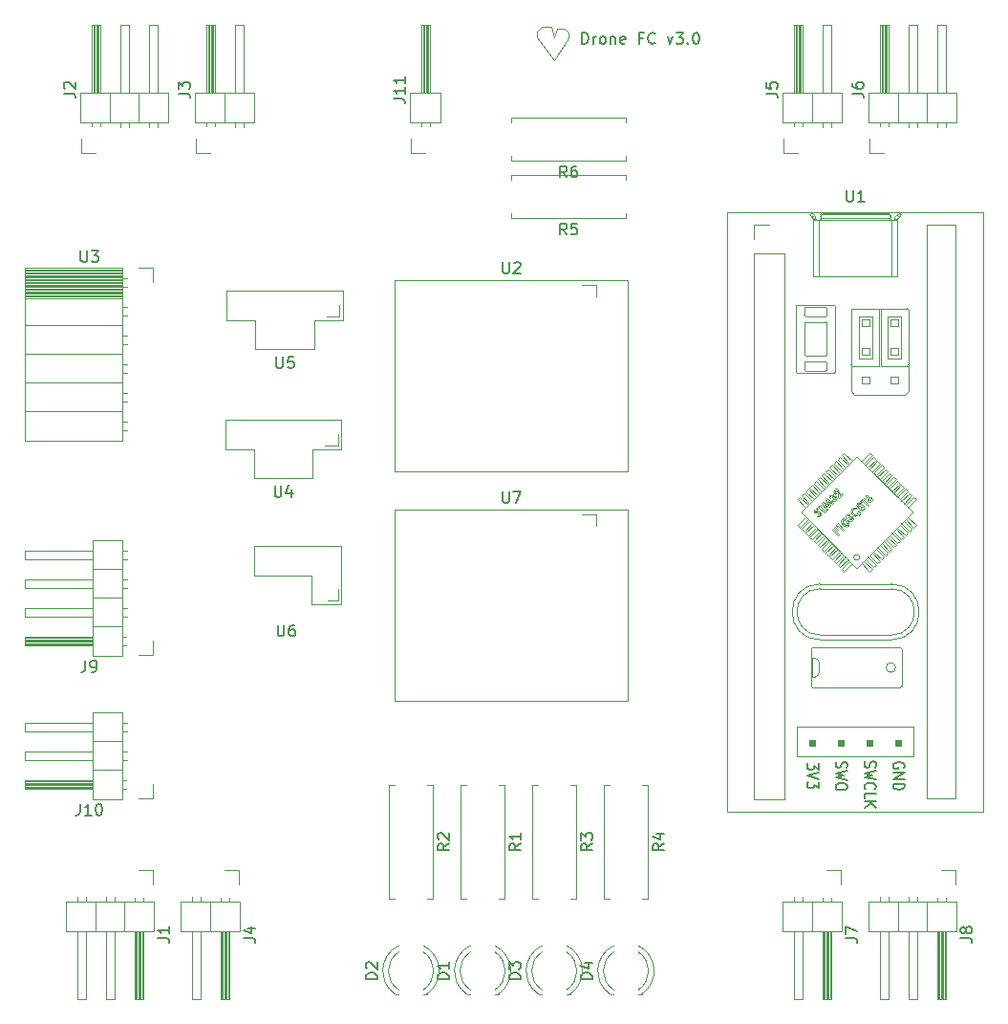
<source format=gbr>
%TF.GenerationSoftware,KiCad,Pcbnew,(5.1.10)-1*%
%TF.CreationDate,2021-12-09T02:28:18+01:00*%
%TF.ProjectId,flight controller,666c6967-6874-4206-936f-6e74726f6c6c,rev?*%
%TF.SameCoordinates,Original*%
%TF.FileFunction,Legend,Top*%
%TF.FilePolarity,Positive*%
%FSLAX46Y46*%
G04 Gerber Fmt 4.6, Leading zero omitted, Abs format (unit mm)*
G04 Created by KiCad (PCBNEW (5.1.10)-1) date 2021-12-09 02:28:18*
%MOMM*%
%LPD*%
G01*
G04 APERTURE LIST*
%ADD10C,0.120000*%
%ADD11C,0.150000*%
%ADD12C,0.100000*%
G04 APERTURE END LIST*
D10*
X154940000Y-59563000D02*
X154686000Y-58674000D01*
X155194000Y-58801000D02*
X154940000Y-59563000D01*
X155829000Y-58801000D02*
X155194000Y-58801000D01*
X156210000Y-59182000D02*
X155829000Y-58801000D01*
X156210000Y-59690000D02*
X156210000Y-59182000D01*
X154940000Y-61595000D02*
X156210000Y-59690000D01*
X153416000Y-59563000D02*
X154940000Y-61595000D01*
X153416000Y-59055000D02*
X153416000Y-59563000D01*
X153797000Y-58674000D02*
X153416000Y-59055000D01*
X154686000Y-58674000D02*
X153797000Y-58674000D01*
D11*
X157393333Y-60142380D02*
X157393333Y-59142380D01*
X157631428Y-59142380D01*
X157774285Y-59190000D01*
X157869523Y-59285238D01*
X157917142Y-59380476D01*
X157964761Y-59570952D01*
X157964761Y-59713809D01*
X157917142Y-59904285D01*
X157869523Y-59999523D01*
X157774285Y-60094761D01*
X157631428Y-60142380D01*
X157393333Y-60142380D01*
X158393333Y-60142380D02*
X158393333Y-59475714D01*
X158393333Y-59666190D02*
X158440952Y-59570952D01*
X158488571Y-59523333D01*
X158583809Y-59475714D01*
X158679047Y-59475714D01*
X159155238Y-60142380D02*
X159060000Y-60094761D01*
X159012380Y-60047142D01*
X158964761Y-59951904D01*
X158964761Y-59666190D01*
X159012380Y-59570952D01*
X159060000Y-59523333D01*
X159155238Y-59475714D01*
X159298095Y-59475714D01*
X159393333Y-59523333D01*
X159440952Y-59570952D01*
X159488571Y-59666190D01*
X159488571Y-59951904D01*
X159440952Y-60047142D01*
X159393333Y-60094761D01*
X159298095Y-60142380D01*
X159155238Y-60142380D01*
X159917142Y-59475714D02*
X159917142Y-60142380D01*
X159917142Y-59570952D02*
X159964761Y-59523333D01*
X160060000Y-59475714D01*
X160202857Y-59475714D01*
X160298095Y-59523333D01*
X160345714Y-59618571D01*
X160345714Y-60142380D01*
X161202857Y-60094761D02*
X161107619Y-60142380D01*
X160917142Y-60142380D01*
X160821904Y-60094761D01*
X160774285Y-59999523D01*
X160774285Y-59618571D01*
X160821904Y-59523333D01*
X160917142Y-59475714D01*
X161107619Y-59475714D01*
X161202857Y-59523333D01*
X161250476Y-59618571D01*
X161250476Y-59713809D01*
X160774285Y-59809047D01*
X162774285Y-59618571D02*
X162440952Y-59618571D01*
X162440952Y-60142380D02*
X162440952Y-59142380D01*
X162917142Y-59142380D01*
X163869523Y-60047142D02*
X163821904Y-60094761D01*
X163679047Y-60142380D01*
X163583809Y-60142380D01*
X163440952Y-60094761D01*
X163345714Y-59999523D01*
X163298095Y-59904285D01*
X163250476Y-59713809D01*
X163250476Y-59570952D01*
X163298095Y-59380476D01*
X163345714Y-59285238D01*
X163440952Y-59190000D01*
X163583809Y-59142380D01*
X163679047Y-59142380D01*
X163821904Y-59190000D01*
X163869523Y-59237619D01*
X164964761Y-59475714D02*
X165202857Y-60142380D01*
X165440952Y-59475714D01*
X165726666Y-59142380D02*
X166345714Y-59142380D01*
X166012380Y-59523333D01*
X166155238Y-59523333D01*
X166250476Y-59570952D01*
X166298095Y-59618571D01*
X166345714Y-59713809D01*
X166345714Y-59951904D01*
X166298095Y-60047142D01*
X166250476Y-60094761D01*
X166155238Y-60142380D01*
X165869523Y-60142380D01*
X165774285Y-60094761D01*
X165726666Y-60047142D01*
X166774285Y-60047142D02*
X166821904Y-60094761D01*
X166774285Y-60142380D01*
X166726666Y-60094761D01*
X166774285Y-60047142D01*
X166774285Y-60142380D01*
X167440952Y-59142380D02*
X167536190Y-59142380D01*
X167631428Y-59190000D01*
X167679047Y-59237619D01*
X167726666Y-59332857D01*
X167774285Y-59523333D01*
X167774285Y-59761428D01*
X167726666Y-59951904D01*
X167679047Y-60047142D01*
X167631428Y-60094761D01*
X167536190Y-60142380D01*
X167440952Y-60142380D01*
X167345714Y-60094761D01*
X167298095Y-60047142D01*
X167250476Y-59951904D01*
X167202857Y-59761428D01*
X167202857Y-59523333D01*
X167250476Y-59332857D01*
X167298095Y-59237619D01*
X167345714Y-59190000D01*
X167440952Y-59142380D01*
D10*
%TO.C,U6*%
X135763000Y-108458000D02*
X135763000Y-109474000D01*
X135763000Y-109474000D02*
X134874000Y-109474000D01*
X136080500Y-109791500D02*
X133413500Y-109791500D01*
X133413500Y-109791500D02*
X133413500Y-107251500D01*
X133413500Y-107251500D02*
X128333500Y-107251500D01*
X128333500Y-107251500D02*
X128333500Y-104584500D01*
X128333500Y-104584500D02*
X136080500Y-104584500D01*
X136080500Y-104584500D02*
X136080500Y-109791500D01*
%TO.C,D1*%
X149670000Y-144300000D02*
X149989000Y-144300000D01*
X147191000Y-144300000D02*
X147510000Y-144300000D01*
X149670961Y-140557287D02*
G75*
G02*
X149670000Y-143923330I-1080961J-1682713D01*
G01*
X147509039Y-140557287D02*
G75*
G03*
X147510000Y-143923330I1080961J-1682713D01*
G01*
X149670724Y-139996758D02*
G75*
G02*
X149988749Y-144300000I-1080724J-2243242D01*
G01*
X147509276Y-139996758D02*
G75*
G03*
X147191251Y-144300000I1080724J-2243242D01*
G01*
%TO.C,D2*%
X143320000Y-144300000D02*
X143639000Y-144300000D01*
X140841000Y-144300000D02*
X141160000Y-144300000D01*
X143320961Y-140557287D02*
G75*
G02*
X143320000Y-143923330I-1080961J-1682713D01*
G01*
X141159039Y-140557287D02*
G75*
G03*
X141160000Y-143923330I1080961J-1682713D01*
G01*
X143320724Y-139996758D02*
G75*
G02*
X143638749Y-144300000I-1080724J-2243242D01*
G01*
X141159276Y-139996758D02*
G75*
G03*
X140841251Y-144300000I1080724J-2243242D01*
G01*
%TO.C,D3*%
X156020000Y-144300000D02*
X156339000Y-144300000D01*
X153541000Y-144300000D02*
X153860000Y-144300000D01*
X156020961Y-140557287D02*
G75*
G02*
X156020000Y-143923330I-1080961J-1682713D01*
G01*
X153859039Y-140557287D02*
G75*
G03*
X153860000Y-143923330I1080961J-1682713D01*
G01*
X156020724Y-139996758D02*
G75*
G02*
X156338749Y-144300000I-1080724J-2243242D01*
G01*
X153859276Y-139996758D02*
G75*
G03*
X153541251Y-144300000I1080724J-2243242D01*
G01*
%TO.C,D4*%
X162370000Y-144300000D02*
X162689000Y-144300000D01*
X159891000Y-144300000D02*
X160210000Y-144300000D01*
X162370961Y-140557287D02*
G75*
G02*
X162370000Y-143923330I-1080961J-1682713D01*
G01*
X160209039Y-140557287D02*
G75*
G03*
X160210000Y-143923330I1080961J-1682713D01*
G01*
X162370724Y-139996758D02*
G75*
G02*
X162688749Y-144300000I-1080724J-2243242D01*
G01*
X160209276Y-139996758D02*
G75*
G03*
X159891251Y-144300000I1080724J-2243242D01*
G01*
%TO.C,J1*%
X119380000Y-133350000D02*
X119380000Y-134620000D01*
X118110000Y-133350000D02*
X119380000Y-133350000D01*
X112650000Y-135662929D02*
X112650000Y-136060000D01*
X113410000Y-135662929D02*
X113410000Y-136060000D01*
X112650000Y-144720000D02*
X112650000Y-138720000D01*
X113410000Y-144720000D02*
X112650000Y-144720000D01*
X113410000Y-138720000D02*
X113410000Y-144720000D01*
X114300000Y-136060000D02*
X114300000Y-138720000D01*
X115190000Y-135662929D02*
X115190000Y-136060000D01*
X115950000Y-135662929D02*
X115950000Y-136060000D01*
X115190000Y-144720000D02*
X115190000Y-138720000D01*
X115950000Y-144720000D02*
X115190000Y-144720000D01*
X115950000Y-138720000D02*
X115950000Y-144720000D01*
X116840000Y-136060000D02*
X116840000Y-138720000D01*
X117730000Y-135730000D02*
X117730000Y-136060000D01*
X118490000Y-135730000D02*
X118490000Y-136060000D01*
X117830000Y-138720000D02*
X117830000Y-144720000D01*
X117950000Y-138720000D02*
X117950000Y-144720000D01*
X118070000Y-138720000D02*
X118070000Y-144720000D01*
X118190000Y-138720000D02*
X118190000Y-144720000D01*
X118310000Y-138720000D02*
X118310000Y-144720000D01*
X118430000Y-138720000D02*
X118430000Y-144720000D01*
X117730000Y-144720000D02*
X117730000Y-138720000D01*
X118490000Y-144720000D02*
X117730000Y-144720000D01*
X118490000Y-138720000D02*
X118490000Y-144720000D01*
X119440000Y-138720000D02*
X119440000Y-136060000D01*
X111700000Y-138720000D02*
X119440000Y-138720000D01*
X111700000Y-136060000D02*
X111700000Y-138720000D01*
X119440000Y-136060000D02*
X111700000Y-136060000D01*
%TO.C,J2*%
X113030000Y-69850000D02*
X113030000Y-68580000D01*
X114300000Y-69850000D02*
X113030000Y-69850000D01*
X119760000Y-67537071D02*
X119760000Y-67140000D01*
X119000000Y-67537071D02*
X119000000Y-67140000D01*
X119760000Y-58480000D02*
X119760000Y-64480000D01*
X119000000Y-58480000D02*
X119760000Y-58480000D01*
X119000000Y-64480000D02*
X119000000Y-58480000D01*
X118110000Y-67140000D02*
X118110000Y-64480000D01*
X117220000Y-67537071D02*
X117220000Y-67140000D01*
X116460000Y-67537071D02*
X116460000Y-67140000D01*
X117220000Y-58480000D02*
X117220000Y-64480000D01*
X116460000Y-58480000D02*
X117220000Y-58480000D01*
X116460000Y-64480000D02*
X116460000Y-58480000D01*
X115570000Y-67140000D02*
X115570000Y-64480000D01*
X114680000Y-67470000D02*
X114680000Y-67140000D01*
X113920000Y-67470000D02*
X113920000Y-67140000D01*
X114580000Y-64480000D02*
X114580000Y-58480000D01*
X114460000Y-64480000D02*
X114460000Y-58480000D01*
X114340000Y-64480000D02*
X114340000Y-58480000D01*
X114220000Y-64480000D02*
X114220000Y-58480000D01*
X114100000Y-64480000D02*
X114100000Y-58480000D01*
X113980000Y-64480000D02*
X113980000Y-58480000D01*
X114680000Y-58480000D02*
X114680000Y-64480000D01*
X113920000Y-58480000D02*
X114680000Y-58480000D01*
X113920000Y-64480000D02*
X113920000Y-58480000D01*
X112970000Y-64480000D02*
X112970000Y-67140000D01*
X120710000Y-64480000D02*
X112970000Y-64480000D01*
X120710000Y-67140000D02*
X120710000Y-64480000D01*
X112970000Y-67140000D02*
X120710000Y-67140000D01*
%TO.C,J3*%
X123190000Y-69850000D02*
X123190000Y-68580000D01*
X124460000Y-69850000D02*
X123190000Y-69850000D01*
X127380000Y-67537071D02*
X127380000Y-67140000D01*
X126620000Y-67537071D02*
X126620000Y-67140000D01*
X127380000Y-58480000D02*
X127380000Y-64480000D01*
X126620000Y-58480000D02*
X127380000Y-58480000D01*
X126620000Y-64480000D02*
X126620000Y-58480000D01*
X125730000Y-67140000D02*
X125730000Y-64480000D01*
X124840000Y-67470000D02*
X124840000Y-67140000D01*
X124080000Y-67470000D02*
X124080000Y-67140000D01*
X124740000Y-64480000D02*
X124740000Y-58480000D01*
X124620000Y-64480000D02*
X124620000Y-58480000D01*
X124500000Y-64480000D02*
X124500000Y-58480000D01*
X124380000Y-64480000D02*
X124380000Y-58480000D01*
X124260000Y-64480000D02*
X124260000Y-58480000D01*
X124140000Y-64480000D02*
X124140000Y-58480000D01*
X124840000Y-58480000D02*
X124840000Y-64480000D01*
X124080000Y-58480000D02*
X124840000Y-58480000D01*
X124080000Y-64480000D02*
X124080000Y-58480000D01*
X123130000Y-64480000D02*
X123130000Y-67140000D01*
X128330000Y-64480000D02*
X123130000Y-64480000D01*
X128330000Y-67140000D02*
X128330000Y-64480000D01*
X123130000Y-67140000D02*
X128330000Y-67140000D01*
%TO.C,J4*%
X127000000Y-133350000D02*
X127000000Y-134620000D01*
X125730000Y-133350000D02*
X127000000Y-133350000D01*
X122810000Y-135662929D02*
X122810000Y-136060000D01*
X123570000Y-135662929D02*
X123570000Y-136060000D01*
X122810000Y-144720000D02*
X122810000Y-138720000D01*
X123570000Y-144720000D02*
X122810000Y-144720000D01*
X123570000Y-138720000D02*
X123570000Y-144720000D01*
X124460000Y-136060000D02*
X124460000Y-138720000D01*
X125350000Y-135730000D02*
X125350000Y-136060000D01*
X126110000Y-135730000D02*
X126110000Y-136060000D01*
X125450000Y-138720000D02*
X125450000Y-144720000D01*
X125570000Y-138720000D02*
X125570000Y-144720000D01*
X125690000Y-138720000D02*
X125690000Y-144720000D01*
X125810000Y-138720000D02*
X125810000Y-144720000D01*
X125930000Y-138720000D02*
X125930000Y-144720000D01*
X126050000Y-138720000D02*
X126050000Y-144720000D01*
X125350000Y-144720000D02*
X125350000Y-138720000D01*
X126110000Y-144720000D02*
X125350000Y-144720000D01*
X126110000Y-138720000D02*
X126110000Y-144720000D01*
X127060000Y-138720000D02*
X127060000Y-136060000D01*
X121860000Y-138720000D02*
X127060000Y-138720000D01*
X121860000Y-136060000D02*
X121860000Y-138720000D01*
X127060000Y-136060000D02*
X121860000Y-136060000D01*
%TO.C,J5*%
X175260000Y-69850000D02*
X175260000Y-68580000D01*
X176530000Y-69850000D02*
X175260000Y-69850000D01*
X179450000Y-67537071D02*
X179450000Y-67140000D01*
X178690000Y-67537071D02*
X178690000Y-67140000D01*
X179450000Y-58480000D02*
X179450000Y-64480000D01*
X178690000Y-58480000D02*
X179450000Y-58480000D01*
X178690000Y-64480000D02*
X178690000Y-58480000D01*
X177800000Y-67140000D02*
X177800000Y-64480000D01*
X176910000Y-67470000D02*
X176910000Y-67140000D01*
X176150000Y-67470000D02*
X176150000Y-67140000D01*
X176810000Y-64480000D02*
X176810000Y-58480000D01*
X176690000Y-64480000D02*
X176690000Y-58480000D01*
X176570000Y-64480000D02*
X176570000Y-58480000D01*
X176450000Y-64480000D02*
X176450000Y-58480000D01*
X176330000Y-64480000D02*
X176330000Y-58480000D01*
X176210000Y-64480000D02*
X176210000Y-58480000D01*
X176910000Y-58480000D02*
X176910000Y-64480000D01*
X176150000Y-58480000D02*
X176910000Y-58480000D01*
X176150000Y-64480000D02*
X176150000Y-58480000D01*
X175200000Y-64480000D02*
X175200000Y-67140000D01*
X180400000Y-64480000D02*
X175200000Y-64480000D01*
X180400000Y-67140000D02*
X180400000Y-64480000D01*
X175200000Y-67140000D02*
X180400000Y-67140000D01*
%TO.C,J6*%
X182880000Y-69850000D02*
X182880000Y-68580000D01*
X184150000Y-69850000D02*
X182880000Y-69850000D01*
X189610000Y-67537071D02*
X189610000Y-67140000D01*
X188850000Y-67537071D02*
X188850000Y-67140000D01*
X189610000Y-58480000D02*
X189610000Y-64480000D01*
X188850000Y-58480000D02*
X189610000Y-58480000D01*
X188850000Y-64480000D02*
X188850000Y-58480000D01*
X187960000Y-67140000D02*
X187960000Y-64480000D01*
X187070000Y-67537071D02*
X187070000Y-67140000D01*
X186310000Y-67537071D02*
X186310000Y-67140000D01*
X187070000Y-58480000D02*
X187070000Y-64480000D01*
X186310000Y-58480000D02*
X187070000Y-58480000D01*
X186310000Y-64480000D02*
X186310000Y-58480000D01*
X185420000Y-67140000D02*
X185420000Y-64480000D01*
X184530000Y-67470000D02*
X184530000Y-67140000D01*
X183770000Y-67470000D02*
X183770000Y-67140000D01*
X184430000Y-64480000D02*
X184430000Y-58480000D01*
X184310000Y-64480000D02*
X184310000Y-58480000D01*
X184190000Y-64480000D02*
X184190000Y-58480000D01*
X184070000Y-64480000D02*
X184070000Y-58480000D01*
X183950000Y-64480000D02*
X183950000Y-58480000D01*
X183830000Y-64480000D02*
X183830000Y-58480000D01*
X184530000Y-58480000D02*
X184530000Y-64480000D01*
X183770000Y-58480000D02*
X184530000Y-58480000D01*
X183770000Y-64480000D02*
X183770000Y-58480000D01*
X182820000Y-64480000D02*
X182820000Y-67140000D01*
X190560000Y-64480000D02*
X182820000Y-64480000D01*
X190560000Y-67140000D02*
X190560000Y-64480000D01*
X182820000Y-67140000D02*
X190560000Y-67140000D01*
%TO.C,J7*%
X180340000Y-133350000D02*
X180340000Y-134620000D01*
X179070000Y-133350000D02*
X180340000Y-133350000D01*
X176150000Y-135662929D02*
X176150000Y-136060000D01*
X176910000Y-135662929D02*
X176910000Y-136060000D01*
X176150000Y-144720000D02*
X176150000Y-138720000D01*
X176910000Y-144720000D02*
X176150000Y-144720000D01*
X176910000Y-138720000D02*
X176910000Y-144720000D01*
X177800000Y-136060000D02*
X177800000Y-138720000D01*
X178690000Y-135730000D02*
X178690000Y-136060000D01*
X179450000Y-135730000D02*
X179450000Y-136060000D01*
X178790000Y-138720000D02*
X178790000Y-144720000D01*
X178910000Y-138720000D02*
X178910000Y-144720000D01*
X179030000Y-138720000D02*
X179030000Y-144720000D01*
X179150000Y-138720000D02*
X179150000Y-144720000D01*
X179270000Y-138720000D02*
X179270000Y-144720000D01*
X179390000Y-138720000D02*
X179390000Y-144720000D01*
X178690000Y-144720000D02*
X178690000Y-138720000D01*
X179450000Y-144720000D02*
X178690000Y-144720000D01*
X179450000Y-138720000D02*
X179450000Y-144720000D01*
X180400000Y-138720000D02*
X180400000Y-136060000D01*
X175200000Y-138720000D02*
X180400000Y-138720000D01*
X175200000Y-136060000D02*
X175200000Y-138720000D01*
X180400000Y-136060000D02*
X175200000Y-136060000D01*
%TO.C,J8*%
X190500000Y-133350000D02*
X190500000Y-134620000D01*
X189230000Y-133350000D02*
X190500000Y-133350000D01*
X183770000Y-135662929D02*
X183770000Y-136060000D01*
X184530000Y-135662929D02*
X184530000Y-136060000D01*
X183770000Y-144720000D02*
X183770000Y-138720000D01*
X184530000Y-144720000D02*
X183770000Y-144720000D01*
X184530000Y-138720000D02*
X184530000Y-144720000D01*
X185420000Y-136060000D02*
X185420000Y-138720000D01*
X186310000Y-135662929D02*
X186310000Y-136060000D01*
X187070000Y-135662929D02*
X187070000Y-136060000D01*
X186310000Y-144720000D02*
X186310000Y-138720000D01*
X187070000Y-144720000D02*
X186310000Y-144720000D01*
X187070000Y-138720000D02*
X187070000Y-144720000D01*
X187960000Y-136060000D02*
X187960000Y-138720000D01*
X188850000Y-135730000D02*
X188850000Y-136060000D01*
X189610000Y-135730000D02*
X189610000Y-136060000D01*
X188950000Y-138720000D02*
X188950000Y-144720000D01*
X189070000Y-138720000D02*
X189070000Y-144720000D01*
X189190000Y-138720000D02*
X189190000Y-144720000D01*
X189310000Y-138720000D02*
X189310000Y-144720000D01*
X189430000Y-138720000D02*
X189430000Y-144720000D01*
X189550000Y-138720000D02*
X189550000Y-144720000D01*
X188850000Y-144720000D02*
X188850000Y-138720000D01*
X189610000Y-144720000D02*
X188850000Y-144720000D01*
X189610000Y-138720000D02*
X189610000Y-144720000D01*
X190560000Y-138720000D02*
X190560000Y-136060000D01*
X182820000Y-138720000D02*
X190560000Y-138720000D01*
X182820000Y-136060000D02*
X182820000Y-138720000D01*
X190560000Y-136060000D02*
X182820000Y-136060000D01*
%TO.C,J9*%
X119380000Y-114300000D02*
X118110000Y-114300000D01*
X119380000Y-113030000D02*
X119380000Y-114300000D01*
X117067071Y-105030000D02*
X116670000Y-105030000D01*
X117067071Y-105790000D02*
X116670000Y-105790000D01*
X108010000Y-105030000D02*
X114010000Y-105030000D01*
X108010000Y-105790000D02*
X108010000Y-105030000D01*
X114010000Y-105790000D02*
X108010000Y-105790000D01*
X116670000Y-106680000D02*
X114010000Y-106680000D01*
X117067071Y-107570000D02*
X116670000Y-107570000D01*
X117067071Y-108330000D02*
X116670000Y-108330000D01*
X108010000Y-107570000D02*
X114010000Y-107570000D01*
X108010000Y-108330000D02*
X108010000Y-107570000D01*
X114010000Y-108330000D02*
X108010000Y-108330000D01*
X116670000Y-109220000D02*
X114010000Y-109220000D01*
X117067071Y-110110000D02*
X116670000Y-110110000D01*
X117067071Y-110870000D02*
X116670000Y-110870000D01*
X108010000Y-110110000D02*
X114010000Y-110110000D01*
X108010000Y-110870000D02*
X108010000Y-110110000D01*
X114010000Y-110870000D02*
X108010000Y-110870000D01*
X116670000Y-111760000D02*
X114010000Y-111760000D01*
X117000000Y-112650000D02*
X116670000Y-112650000D01*
X117000000Y-113410000D02*
X116670000Y-113410000D01*
X114010000Y-112750000D02*
X108010000Y-112750000D01*
X114010000Y-112870000D02*
X108010000Y-112870000D01*
X114010000Y-112990000D02*
X108010000Y-112990000D01*
X114010000Y-113110000D02*
X108010000Y-113110000D01*
X114010000Y-113230000D02*
X108010000Y-113230000D01*
X114010000Y-113350000D02*
X108010000Y-113350000D01*
X108010000Y-112650000D02*
X114010000Y-112650000D01*
X108010000Y-113410000D02*
X108010000Y-112650000D01*
X114010000Y-113410000D02*
X108010000Y-113410000D01*
X114010000Y-114360000D02*
X116670000Y-114360000D01*
X114010000Y-104080000D02*
X114010000Y-114360000D01*
X116670000Y-104080000D02*
X114010000Y-104080000D01*
X116670000Y-114360000D02*
X116670000Y-104080000D01*
%TO.C,J10*%
X119380000Y-127000000D02*
X118110000Y-127000000D01*
X119380000Y-125730000D02*
X119380000Y-127000000D01*
X117067071Y-120270000D02*
X116670000Y-120270000D01*
X117067071Y-121030000D02*
X116670000Y-121030000D01*
X108010000Y-120270000D02*
X114010000Y-120270000D01*
X108010000Y-121030000D02*
X108010000Y-120270000D01*
X114010000Y-121030000D02*
X108010000Y-121030000D01*
X116670000Y-121920000D02*
X114010000Y-121920000D01*
X117067071Y-122810000D02*
X116670000Y-122810000D01*
X117067071Y-123570000D02*
X116670000Y-123570000D01*
X108010000Y-122810000D02*
X114010000Y-122810000D01*
X108010000Y-123570000D02*
X108010000Y-122810000D01*
X114010000Y-123570000D02*
X108010000Y-123570000D01*
X116670000Y-124460000D02*
X114010000Y-124460000D01*
X117000000Y-125350000D02*
X116670000Y-125350000D01*
X117000000Y-126110000D02*
X116670000Y-126110000D01*
X114010000Y-125450000D02*
X108010000Y-125450000D01*
X114010000Y-125570000D02*
X108010000Y-125570000D01*
X114010000Y-125690000D02*
X108010000Y-125690000D01*
X114010000Y-125810000D02*
X108010000Y-125810000D01*
X114010000Y-125930000D02*
X108010000Y-125930000D01*
X114010000Y-126050000D02*
X108010000Y-126050000D01*
X108010000Y-125350000D02*
X114010000Y-125350000D01*
X108010000Y-126110000D02*
X108010000Y-125350000D01*
X114010000Y-126110000D02*
X108010000Y-126110000D01*
X114010000Y-127060000D02*
X116670000Y-127060000D01*
X114010000Y-119320000D02*
X114010000Y-127060000D01*
X116670000Y-119320000D02*
X114010000Y-119320000D01*
X116670000Y-127060000D02*
X116670000Y-119320000D01*
%TO.C,J11*%
X142240000Y-69850000D02*
X142240000Y-68580000D01*
X143510000Y-69850000D02*
X142240000Y-69850000D01*
X143890000Y-67470000D02*
X143890000Y-67140000D01*
X143130000Y-67470000D02*
X143130000Y-67140000D01*
X143790000Y-64480000D02*
X143790000Y-58480000D01*
X143670000Y-64480000D02*
X143670000Y-58480000D01*
X143550000Y-64480000D02*
X143550000Y-58480000D01*
X143430000Y-64480000D02*
X143430000Y-58480000D01*
X143310000Y-64480000D02*
X143310000Y-58480000D01*
X143190000Y-64480000D02*
X143190000Y-58480000D01*
X143890000Y-58480000D02*
X143890000Y-64480000D01*
X143130000Y-58480000D02*
X143890000Y-58480000D01*
X143130000Y-64480000D02*
X143130000Y-58480000D01*
X142180000Y-64480000D02*
X142180000Y-67140000D01*
X144840000Y-64480000D02*
X142180000Y-64480000D01*
X144840000Y-67140000D02*
X144840000Y-64480000D01*
X142180000Y-67140000D02*
X144840000Y-67140000D01*
%TO.C,R1*%
X146670000Y-135880000D02*
X147150000Y-135880000D01*
X146670000Y-125740000D02*
X146670000Y-135880000D01*
X147150000Y-125740000D02*
X146670000Y-125740000D01*
X150510000Y-135880000D02*
X150030000Y-135880000D01*
X150510000Y-125740000D02*
X150510000Y-135880000D01*
X150030000Y-125740000D02*
X150510000Y-125740000D01*
%TO.C,R2*%
X140320000Y-135880000D02*
X140800000Y-135880000D01*
X140320000Y-125740000D02*
X140320000Y-135880000D01*
X140800000Y-125740000D02*
X140320000Y-125740000D01*
X144160000Y-135880000D02*
X143680000Y-135880000D01*
X144160000Y-125740000D02*
X144160000Y-135880000D01*
X143680000Y-125740000D02*
X144160000Y-125740000D01*
%TO.C,R3*%
X153020000Y-135880000D02*
X153500000Y-135880000D01*
X153020000Y-125740000D02*
X153020000Y-135880000D01*
X153500000Y-125740000D02*
X153020000Y-125740000D01*
X156860000Y-135880000D02*
X156380000Y-135880000D01*
X156860000Y-125740000D02*
X156860000Y-135880000D01*
X156380000Y-125740000D02*
X156860000Y-125740000D01*
%TO.C,R4*%
X159370000Y-135880000D02*
X159850000Y-135880000D01*
X159370000Y-125740000D02*
X159370000Y-135880000D01*
X159850000Y-125740000D02*
X159370000Y-125740000D01*
X163210000Y-135880000D02*
X162730000Y-135880000D01*
X163210000Y-125740000D02*
X163210000Y-135880000D01*
X162730000Y-125740000D02*
X163210000Y-125740000D01*
%TO.C,R5*%
X151140000Y-71740000D02*
X151140000Y-72220000D01*
X161280000Y-71740000D02*
X151140000Y-71740000D01*
X161280000Y-72220000D02*
X161280000Y-71740000D01*
X151140000Y-75580000D02*
X151140000Y-75100000D01*
X161280000Y-75580000D02*
X151140000Y-75580000D01*
X161280000Y-75100000D02*
X161280000Y-75580000D01*
%TO.C,R6*%
X151140000Y-66660000D02*
X151140000Y-67140000D01*
X161280000Y-66660000D02*
X151140000Y-66660000D01*
X161280000Y-67140000D02*
X161280000Y-66660000D01*
X151140000Y-70500000D02*
X151140000Y-70020000D01*
X161280000Y-70500000D02*
X151140000Y-70500000D01*
X161280000Y-70020000D02*
X161280000Y-70500000D01*
%TO.C,U1*%
X179097533Y-84172277D02*
X178997533Y-84272277D01*
X182678449Y-100519140D02*
X182548416Y-100119692D01*
X182675368Y-100078154D02*
X182764607Y-100352243D01*
X182548416Y-100119692D02*
X182675368Y-100078154D01*
X180918756Y-102034915D02*
X180823569Y-102130102D01*
X181034341Y-102395267D02*
X181129528Y-102300080D01*
X181088734Y-102177696D02*
X181000345Y-102089308D01*
X182054207Y-100641099D02*
X182339769Y-100355536D01*
X182339769Y-100355536D02*
X182434956Y-100450724D01*
X182434956Y-100450724D02*
X182339769Y-100545911D01*
X182339769Y-100545911D02*
X182774912Y-100981054D01*
X182774912Y-100981054D02*
X182679724Y-101076241D01*
X182679724Y-101076241D02*
X182244581Y-100641099D01*
X182244581Y-100641099D02*
X182149394Y-100736286D01*
X182149394Y-100736286D02*
X182054207Y-100641099D01*
X180613127Y-106851166D02*
X180400995Y-106639034D01*
X177077593Y-99921520D02*
X176865461Y-100133652D01*
X183441554Y-106285481D02*
X183229422Y-106497613D01*
X178845360Y-98153753D02*
X178633228Y-98365885D01*
X180613127Y-96385986D02*
X180400995Y-96598118D01*
X178491806Y-104729846D02*
X178279674Y-104517714D01*
X186623534Y-103103500D02*
X186411402Y-103315632D01*
X177431146Y-103669186D02*
X177219014Y-103457054D01*
X183441554Y-96951671D02*
X183229422Y-96739539D01*
X180259573Y-106497613D02*
X180047441Y-106285481D01*
X185209321Y-104517714D02*
X184997189Y-104729846D01*
X179906020Y-97093093D02*
X179693888Y-97305225D01*
X183088000Y-106639034D02*
X182875868Y-106851166D01*
X177784700Y-104022739D02*
X177572568Y-103810607D01*
X184855767Y-98365885D02*
X184643635Y-98153753D01*
X183088000Y-96598118D02*
X182875868Y-96385986D01*
X184855767Y-104871267D02*
X184643635Y-105083399D01*
X177431146Y-99567967D02*
X177219014Y-99780099D01*
X186977088Y-100487205D02*
X186764956Y-100275073D01*
X177784700Y-99214413D02*
X177572568Y-99426545D01*
X178491806Y-98507306D02*
X178279674Y-98719438D01*
X185209321Y-98719438D02*
X184997189Y-98507306D01*
X185562874Y-104164161D02*
X185350742Y-104376293D01*
X185916428Y-99426545D02*
X185704296Y-99214413D01*
X179552467Y-105790506D02*
X179340334Y-105578374D01*
X180259573Y-96739539D02*
X180047441Y-96951671D01*
X186269981Y-99780099D02*
X186057849Y-99567967D01*
X184502214Y-98012332D02*
X184290082Y-97800200D01*
X183795107Y-97305225D02*
X183582975Y-97093093D01*
X185562874Y-99072992D02*
X185350742Y-98860860D01*
X178138253Y-104376293D02*
X177926121Y-104164161D01*
X183795107Y-105931928D02*
X183582975Y-106144060D01*
X178138253Y-98860860D02*
X177926121Y-99072992D01*
X176724039Y-102962079D02*
X176511907Y-102749947D01*
X186977088Y-102749947D02*
X186764956Y-102962079D01*
X179552467Y-97446646D02*
X179340334Y-97658778D01*
X176724039Y-100275073D02*
X176511907Y-100487205D01*
X179906020Y-106144060D02*
X179693888Y-105931928D01*
X186269981Y-103457054D02*
X186057849Y-103669186D01*
X178845360Y-105083399D02*
X178633228Y-104871267D01*
X185916428Y-103810607D02*
X185704296Y-104022739D01*
X184148661Y-105578374D02*
X183936529Y-105790506D01*
X186623534Y-100133652D02*
X186411402Y-99921520D01*
X179198913Y-97800200D02*
X178986781Y-98012332D01*
X184148661Y-97658778D02*
X183936529Y-97446646D01*
X179198913Y-105436953D02*
X178986781Y-105224821D01*
X177077593Y-103315632D02*
X176865461Y-103103500D01*
X184502214Y-105224821D02*
X184290082Y-105436953D01*
X176511907Y-100487205D02*
X177219014Y-101194312D01*
X186623534Y-103103500D02*
X185916428Y-102396394D01*
X184997189Y-98507306D02*
X184290082Y-99214413D01*
X179198913Y-105436953D02*
X179906020Y-104729846D01*
X183229422Y-96739539D02*
X182522315Y-97446646D01*
X184855767Y-104871267D02*
X184148661Y-104164161D01*
X177431146Y-103669186D02*
X178138253Y-102962079D01*
X186057849Y-99567967D02*
X185350742Y-100275073D01*
X178491806Y-104729846D02*
X179198913Y-104022739D01*
X177219014Y-99780099D02*
X177926121Y-100487205D01*
X183088000Y-96598118D02*
X182380894Y-97305225D01*
X180047441Y-96951671D02*
X180754548Y-97658778D01*
X186269981Y-103457054D02*
X185562874Y-102749947D01*
X183088000Y-106639034D02*
X182380894Y-105931928D01*
X177572568Y-99426545D02*
X178279674Y-100133652D01*
X184502214Y-105224821D02*
X183795107Y-104517714D01*
X186411402Y-103315632D02*
X185704296Y-102608526D01*
X177077593Y-99921520D02*
X177784700Y-100628627D01*
X180613127Y-96385986D02*
X181320233Y-97093093D01*
X183795107Y-105931928D02*
X183088000Y-105224821D01*
X185209321Y-104517714D02*
X184502214Y-103810607D01*
X179693888Y-105931928D02*
X180400995Y-105224821D01*
X178986781Y-105224821D02*
X179693888Y-104517714D01*
X178279674Y-98719438D02*
X178986781Y-99426545D01*
X184290082Y-97800200D02*
X183582975Y-98507306D01*
X179552467Y-105790506D02*
X180259573Y-105083399D01*
X183795107Y-97305225D02*
X183088000Y-98012332D01*
X178138253Y-104376293D02*
X178845360Y-103669186D01*
X177431146Y-99567967D02*
X178138253Y-100275073D01*
X186057849Y-103669186D02*
X185350742Y-102962079D01*
X177077593Y-103315632D02*
X177784700Y-102608526D01*
X177219014Y-103457054D02*
X177926121Y-102749947D01*
X180400995Y-96598118D02*
X181108101Y-97305225D01*
X176724039Y-100275073D02*
X177431146Y-100982180D01*
X186269981Y-99780099D02*
X185562874Y-100487205D01*
X178491806Y-98507306D02*
X179198913Y-99214413D01*
X177784700Y-104022739D02*
X178491806Y-103315632D01*
X184502214Y-98012332D02*
X183795107Y-98719438D01*
X179906020Y-97093093D02*
X180613127Y-97800200D01*
X179340334Y-105578374D02*
X180047441Y-104871267D01*
X176865461Y-103103500D02*
X177572568Y-102396394D01*
X185562874Y-99072992D02*
X184855767Y-99780099D01*
X185350742Y-98860860D02*
X184643635Y-99567967D01*
X185209321Y-98719438D02*
X184502214Y-99426545D01*
X178845360Y-105083399D02*
X179552467Y-104376293D01*
X178986781Y-98012332D02*
X179693888Y-98719438D01*
X185562874Y-104164161D02*
X184855767Y-103457054D01*
X179693888Y-97305225D02*
X180400995Y-98012332D01*
X184997189Y-104729846D02*
X184290082Y-104022739D01*
X176865461Y-100133652D02*
X177572568Y-100840759D01*
X178279674Y-104517714D02*
X178986781Y-103810607D01*
X183441554Y-106285481D02*
X182734447Y-105578374D01*
X184855767Y-98365885D02*
X184148661Y-99072992D01*
X184643635Y-98153753D02*
X183936529Y-98860860D01*
X178633228Y-104871267D02*
X179340334Y-104164161D01*
X183582975Y-97093093D02*
X182875868Y-97800200D01*
X179906020Y-106144060D02*
X180613127Y-105436953D01*
X185916428Y-103810607D02*
X185209321Y-103103500D01*
X186411402Y-99921520D02*
X185704296Y-100628627D01*
X186977088Y-102749947D02*
X186269981Y-102042840D01*
X186764956Y-102962079D02*
X186057849Y-102254972D01*
X180400995Y-106639034D02*
X181108101Y-105931928D01*
X185350742Y-104376293D02*
X184643635Y-103669186D01*
X183441554Y-96951671D02*
X182734447Y-97658778D01*
X179198913Y-97800200D02*
X179906020Y-98507306D01*
X180047441Y-106285481D02*
X180754548Y-105578374D01*
X183582975Y-106144060D02*
X182875868Y-105436953D01*
X186977088Y-100487205D02*
X186269981Y-101194312D01*
X177784700Y-99214413D02*
X178491806Y-99921520D01*
X183936529Y-97446646D02*
X183229422Y-98153753D01*
X178845360Y-98153753D02*
X179552467Y-98860860D01*
X183229422Y-106497613D02*
X182522315Y-105790506D01*
X184290082Y-105436953D02*
X183582975Y-104729846D01*
X179340334Y-97658778D02*
X180047441Y-98365885D01*
X182875868Y-96385986D02*
X182168762Y-97093093D01*
X180259573Y-96739539D02*
X180966680Y-97446646D01*
X180613127Y-106851166D02*
X181320233Y-106144060D01*
X180259573Y-106497613D02*
X180966680Y-105790506D01*
X184643635Y-105083399D02*
X183936529Y-104376293D01*
X179552467Y-97446646D02*
X180259573Y-98153753D01*
X186764956Y-100275073D02*
X186057849Y-100982180D01*
X176511907Y-102749947D02*
X177219014Y-102042840D01*
X186623534Y-100133652D02*
X185916428Y-100840759D01*
X185704296Y-99214413D02*
X184997189Y-99921520D01*
X178633228Y-98365885D02*
X179340334Y-99072992D01*
X184148661Y-105578374D02*
X183441554Y-104871267D01*
X182875868Y-106851166D02*
X182168762Y-106144060D01*
X177926121Y-99072992D02*
X178633228Y-99780099D01*
X185704296Y-104022739D02*
X184997189Y-103315632D01*
X184148661Y-97658778D02*
X183441554Y-98365885D01*
X185916428Y-99426545D02*
X185209321Y-100133652D01*
X176724039Y-102962079D02*
X177431146Y-102254972D01*
X178138253Y-98860860D02*
X178845360Y-99567967D01*
X183936529Y-105790506D02*
X183229422Y-105083399D01*
X177926121Y-104164161D02*
X178633228Y-103457054D01*
X177572568Y-103810607D02*
X178279674Y-103103500D01*
X186644245Y-101568576D02*
X186644245Y-101668576D01*
X181794498Y-96718829D02*
X181694498Y-96718829D01*
X176844750Y-101668576D02*
X176844750Y-101568576D01*
X186644245Y-101568576D02*
X181794498Y-96718829D01*
X186644245Y-101668576D02*
X181794498Y-106518324D01*
X181694498Y-96718829D02*
X176844750Y-101568576D01*
X176844750Y-101668576D02*
X181694498Y-106518324D01*
X181694498Y-106518324D02*
X181794498Y-106518324D01*
X179935330Y-102759976D02*
X180082466Y-102612839D01*
X180612797Y-103143169D02*
X180517609Y-103238356D01*
X180517609Y-103238356D02*
X180075667Y-102796415D01*
X180075667Y-102796415D02*
X179966882Y-102905200D01*
X179966882Y-102905200D02*
X179935330Y-102759976D01*
X178628627Y-100816707D02*
X178727426Y-100717907D01*
X178727426Y-100717907D02*
X179218343Y-100966818D01*
X179218343Y-100966818D02*
X178970282Y-100475052D01*
X178970282Y-100475052D02*
X179068125Y-100377209D01*
X179068125Y-100377209D02*
X179688118Y-100817875D01*
X179688118Y-100817875D02*
X179591762Y-100914231D01*
X179591762Y-100914231D02*
X179200177Y-100635893D01*
X179200177Y-100635893D02*
X179424866Y-101081128D01*
X179424866Y-101081128D02*
X179332015Y-101173979D01*
X179332015Y-101173979D02*
X178887418Y-100948652D01*
X178887418Y-100948652D02*
X179165862Y-101340132D01*
X179069400Y-101436594D02*
X178628627Y-100816707D01*
X179165862Y-101340132D02*
X179069400Y-101436594D01*
X180082466Y-102612839D02*
X180612797Y-103143169D01*
X179626927Y-100389532D02*
X179538538Y-100301144D01*
X179572534Y-100607103D02*
X179667721Y-100511916D01*
X179456949Y-100246751D02*
X179361761Y-100341938D01*
X184731801Y-84531801D02*
X185368198Y-84531801D01*
X182191801Y-84531801D02*
X182828198Y-84531801D01*
X182828198Y-84531801D02*
X182828198Y-85168198D01*
X185368198Y-87708198D02*
X184731801Y-87708198D01*
X182828198Y-87708198D02*
X182191801Y-87708198D01*
X181240000Y-88960000D02*
X181240000Y-90900000D01*
X181240000Y-90900000D02*
X181540000Y-91200000D01*
X181240000Y-88560000D02*
X181240000Y-88960000D01*
X186320000Y-88960000D02*
X186320000Y-88560000D01*
X186020000Y-91200000D02*
X186320000Y-90900000D01*
X186320000Y-90900000D02*
X186320000Y-88960000D01*
X181540000Y-91200000D02*
X186020000Y-91200000D01*
X182191801Y-85168198D02*
X182191801Y-84531801D01*
X182828198Y-85168198D02*
X182191801Y-85168198D01*
X185368198Y-90248198D02*
X184731801Y-90248198D01*
X182828198Y-90248198D02*
X182191801Y-90248198D01*
X184731801Y-89611801D02*
X185368198Y-89611801D01*
X185368198Y-89611801D02*
X185368198Y-90248198D01*
X184731801Y-87071801D02*
X185368198Y-87071801D01*
X184731801Y-90248198D02*
X184731801Y-89611801D01*
X182191801Y-90248198D02*
X182191801Y-89611801D01*
X184731801Y-87708198D02*
X184731801Y-87071801D01*
X185368198Y-85168198D02*
X184731801Y-85168198D01*
X182191801Y-87708198D02*
X182191801Y-87071801D01*
X182191801Y-87071801D02*
X182828198Y-87071801D01*
X182828198Y-87071801D02*
X182828198Y-87708198D01*
X185368198Y-84531801D02*
X185368198Y-85168198D01*
X182191801Y-89611801D02*
X182828198Y-89611801D01*
X182828198Y-89611801D02*
X182828198Y-90248198D01*
X184731801Y-85168198D02*
X184731801Y-84531801D01*
X185368198Y-87071801D02*
X185368198Y-87708198D01*
X183321472Y-83579000D02*
X183132369Y-83579000D01*
X185618666Y-117122804D02*
X185617718Y-117122809D01*
X179217718Y-113612809D02*
X178717718Y-113612809D01*
X184217718Y-113612809D02*
X184717718Y-113612809D01*
X185617718Y-117122809D02*
X185618337Y-117122807D01*
X177817718Y-117122809D02*
X185617718Y-117122809D01*
X177817100Y-117122807D02*
X177817718Y-117122809D01*
X185717718Y-113722809D02*
X185717718Y-117022809D01*
X185717718Y-113722809D02*
X185717717Y-113722190D01*
X177817718Y-113622809D02*
X185617718Y-113622809D01*
X177817718Y-113622809D02*
X177817100Y-113622811D01*
X185618337Y-113622811D02*
X185617718Y-113622809D01*
X177717718Y-113722809D02*
X177717718Y-117022809D01*
X177801800Y-116013851D02*
X177801800Y-114731767D01*
X177717720Y-113722190D02*
X177717718Y-113722809D01*
X178410774Y-114931767D02*
X178410774Y-115813851D01*
X177824188Y-116213851D02*
X178010774Y-116213851D01*
X178010774Y-114531767D02*
X177824188Y-114531767D01*
X178242778Y-101344275D02*
X178236722Y-101480576D01*
X178290159Y-102017174D02*
X178323623Y-101883210D01*
X179752017Y-83272378D02*
X179747533Y-83272277D01*
X179097533Y-88372277D02*
X179097533Y-89022277D01*
X177197533Y-88272277D02*
X178997533Y-88272277D01*
X178997533Y-89122277D02*
X177197533Y-89122277D01*
X177097533Y-89022277D02*
X177097533Y-88372277D01*
X178997533Y-87772277D02*
X177197533Y-87772277D01*
X177197533Y-84772277D02*
X178997533Y-84772277D01*
X177097533Y-87672277D02*
X177097533Y-84872277D01*
X179097533Y-84872277D02*
X179097533Y-87672277D01*
X178997533Y-84272277D02*
X177197533Y-84272277D01*
X177197533Y-83422277D02*
X178997533Y-83422277D01*
X179097533Y-83522277D02*
X179097533Y-84172277D01*
X177097533Y-84172277D02*
X177097533Y-83522277D01*
X179847533Y-89172277D02*
X179847533Y-83372277D01*
X176347533Y-83372277D02*
X176347533Y-89172277D01*
X176447533Y-89272277D02*
X179747533Y-89272277D01*
X179747533Y-83272277D02*
X176447533Y-83272277D01*
X177737784Y-75450469D02*
X177922659Y-75287578D01*
X178035142Y-75415241D02*
X177757387Y-75100000D01*
X177757387Y-75100000D02*
X177572512Y-75262892D01*
X177572512Y-75262892D02*
X177851166Y-75579153D01*
X185647487Y-75262892D02*
X185368833Y-75579153D01*
X185462612Y-75100000D02*
X185647487Y-75262892D01*
X185482215Y-75450469D02*
X185297340Y-75287578D01*
X185184857Y-75415241D02*
X185462612Y-75100000D01*
X178150728Y-75650000D02*
X177895072Y-75650000D01*
X178159988Y-75750000D02*
X178159988Y-75745785D01*
X185060011Y-75750000D02*
X185060011Y-75745785D01*
X185069271Y-75650000D02*
X185324927Y-75650000D01*
X185060011Y-80760000D02*
X178159988Y-80760000D01*
X178413589Y-75749936D02*
X178413589Y-80760000D01*
X177913589Y-75744425D02*
X177913572Y-75741500D01*
X177913589Y-75744425D02*
X177913589Y-80750000D01*
X185306410Y-80750000D02*
X177913589Y-80750000D01*
X177920103Y-75750000D02*
X178410000Y-75750000D01*
X185306410Y-75744425D02*
X185306410Y-80750000D01*
X185306410Y-75744425D02*
X185306427Y-75741500D01*
X185299896Y-75750000D02*
X184810000Y-75750000D01*
X184806410Y-75749936D02*
X184806410Y-80760000D01*
X184810000Y-75750000D02*
X184806410Y-75749936D01*
X178410000Y-75750000D02*
X178413589Y-75749936D01*
X184748464Y-75728825D02*
X178471535Y-75728825D01*
X184460000Y-75100000D02*
X178760000Y-75100000D01*
X178760000Y-75243395D02*
X178760000Y-75100000D01*
X184460000Y-75243395D02*
X184460000Y-75100000D01*
X184710000Y-75304789D02*
X184710000Y-75650000D01*
X184460000Y-75243395D02*
X178760000Y-75243395D01*
X178510000Y-75304789D02*
X178510000Y-75650000D01*
X178510000Y-75585431D02*
X184710000Y-75585431D01*
X178497950Y-112917588D02*
X184797950Y-112917588D01*
X184797950Y-107967588D02*
X178497950Y-107967588D01*
X184797950Y-112492588D02*
X178497950Y-112492588D01*
X178497950Y-108392588D02*
X184797950Y-108392588D01*
X180095427Y-100314104D02*
X180085335Y-99989978D01*
X180143658Y-100362336D02*
X180095427Y-100314104D01*
X180497212Y-100008782D02*
X180143658Y-100362336D01*
X180408823Y-99920394D02*
X180497212Y-100008782D01*
X180230347Y-100098870D02*
X180408823Y-99920394D01*
X180222273Y-99980098D02*
X180230347Y-100098870D01*
X179898891Y-99899996D02*
X179803703Y-99995184D01*
X178321499Y-101314210D02*
X178226311Y-101219023D01*
X178416686Y-101219023D02*
X178321499Y-101314210D01*
X178851829Y-101654165D02*
X178416686Y-101219023D01*
X178947016Y-101558978D02*
X178851829Y-101654165D01*
X178511874Y-101123835D02*
X178947016Y-101558978D01*
X178607061Y-101028648D02*
X178511874Y-101123835D01*
X178511874Y-100933460D02*
X178607061Y-101028648D01*
X178226311Y-101219023D02*
X178511874Y-100933460D01*
X181900483Y-101538049D02*
X182039227Y-101541449D01*
X181690667Y-101188639D02*
X181687586Y-101325152D01*
X181239000Y-84701170D02*
X181239000Y-84735124D01*
X181239000Y-84784503D02*
X181239000Y-84829375D01*
X181239000Y-83972003D02*
X181239000Y-84161106D01*
X181240000Y-88560000D02*
X181240000Y-83680000D01*
X183110000Y-87990000D02*
X181910000Y-87990000D01*
X183680000Y-88660000D02*
X183680000Y-83591400D01*
X183110000Y-84250000D02*
X183110000Y-87990000D01*
X181340000Y-83580000D02*
X186220000Y-83580000D01*
X181910000Y-87990000D02*
X181910000Y-84250000D01*
X181910000Y-84250000D02*
X183110000Y-84250000D01*
X183680000Y-88660000D02*
X181340000Y-88660000D01*
X179524940Y-103170365D02*
X179783306Y-102911999D01*
X179783306Y-102911999D02*
X179878493Y-103007187D01*
X179878493Y-103007187D02*
X179715315Y-103170365D01*
X179715315Y-103170365D02*
X179817301Y-103272352D01*
X179817301Y-103272352D02*
X179980480Y-103109173D01*
X179980480Y-103109173D02*
X180075667Y-103204361D01*
X180075667Y-103204361D02*
X179912489Y-103367539D01*
X179912489Y-103367539D02*
X180150458Y-103605508D01*
X180150458Y-103605508D02*
X180055270Y-103700695D01*
X180055270Y-103700695D02*
X179524940Y-103170365D01*
X185650000Y-84250000D02*
X185650000Y-87990000D01*
X185650000Y-87990000D02*
X184450000Y-87990000D01*
X186320000Y-83680000D02*
X186320000Y-88560000D01*
X186220000Y-88660000D02*
X183880000Y-88660000D01*
X183880000Y-83591400D02*
X183880000Y-88660000D01*
X184450000Y-87990000D02*
X184450000Y-84250000D01*
X184450000Y-84250000D02*
X185650000Y-84250000D01*
X182707659Y-100597483D02*
X182678449Y-100519140D01*
X182765457Y-100686037D02*
X182707659Y-100597483D01*
X180850038Y-102731859D02*
X180882105Y-102710682D01*
X180812121Y-102738209D02*
X180850038Y-102731859D01*
X180738762Y-102716368D02*
X180812121Y-102738209D01*
X180619064Y-102619107D02*
X180738762Y-102716368D01*
X180845817Y-102512677D02*
X180782987Y-102443074D01*
X180903777Y-102616132D02*
X180845817Y-102512677D01*
X180548056Y-102322479D02*
X180514953Y-102343531D01*
X180587089Y-102317809D02*
X180548056Y-102322479D01*
X180661389Y-102342563D02*
X180587089Y-102317809D01*
X180782987Y-102443074D02*
X180661389Y-102342563D01*
X180513847Y-102493989D02*
X180619064Y-102619107D01*
X180486047Y-102417725D02*
X180513847Y-102493989D01*
X180492581Y-102377552D02*
X180486047Y-102417725D01*
X180514953Y-102343531D02*
X180492581Y-102377552D01*
X180778459Y-102259465D02*
X180878174Y-102347886D01*
X180662570Y-102194603D02*
X180778459Y-102259465D01*
X180597609Y-102180244D02*
X180662570Y-102194603D01*
X180531348Y-102184728D02*
X180597609Y-102180244D01*
X180469733Y-102209572D02*
X180531348Y-102184728D01*
X180417429Y-102250680D02*
X180469733Y-102209572D01*
X181019035Y-102753696D02*
X180977717Y-102805445D01*
X181044126Y-102692564D02*
X181019035Y-102753696D01*
X181046884Y-102626539D02*
X181044126Y-102692564D01*
X181031233Y-102562190D02*
X181046884Y-102626539D01*
X180966220Y-102447084D02*
X181031233Y-102562190D01*
X180878174Y-102347886D02*
X180966220Y-102447084D01*
X180621315Y-102800602D02*
X180522815Y-102713232D01*
X180736271Y-102863761D02*
X180621315Y-102800602D01*
X180800594Y-102877266D02*
X180736271Y-102863761D01*
X180866026Y-102872241D02*
X180800594Y-102877266D01*
X180926418Y-102846557D02*
X180866026Y-102872241D01*
X180977717Y-102805445D02*
X180926418Y-102846557D01*
X180410801Y-102581107D02*
X180354537Y-102457840D01*
X180522815Y-102713232D02*
X180410801Y-102581107D01*
X180362776Y-102333010D02*
X180417429Y-102250680D01*
X180354537Y-102457840D02*
X180362776Y-102333010D01*
X180783079Y-102058996D02*
X180770769Y-101995926D01*
X180823569Y-102130102D02*
X180783079Y-102058996D01*
X180791266Y-101895259D02*
X180838654Y-101829455D01*
X180770769Y-101995926D02*
X180791266Y-101895259D01*
X181189959Y-102111770D02*
X181088734Y-102177696D01*
X181250258Y-102106916D02*
X181189959Y-102111770D01*
X181279139Y-102116296D02*
X181250258Y-102106916D01*
X181303649Y-102134246D02*
X181279139Y-102116296D01*
X181050206Y-101941006D02*
X181036678Y-101921667D01*
X181056944Y-101963670D02*
X181050206Y-101941006D01*
X181052029Y-102010451D02*
X181056944Y-101963670D01*
X181000345Y-102089308D02*
X181052029Y-102010451D01*
X181972608Y-101315031D02*
X181969112Y-101215729D01*
X182034872Y-101424058D02*
X181972608Y-101315031D01*
X181876495Y-101193372D02*
X181815282Y-101150075D01*
X181969112Y-101215729D02*
X181876495Y-101193372D01*
X182172435Y-100925782D02*
X182185514Y-100999327D01*
X182122729Y-100845603D02*
X182172435Y-100925782D01*
X180845817Y-102512677D02*
X180782987Y-102443074D01*
X180903777Y-102616132D02*
X180845817Y-102512677D01*
X180850038Y-102731859D02*
X180882105Y-102710682D01*
X180812121Y-102738209D02*
X180850038Y-102731859D01*
X180738762Y-102716368D02*
X180812121Y-102738209D01*
X180619064Y-102619107D02*
X180738762Y-102716368D01*
X180513847Y-102493989D02*
X180619064Y-102619107D01*
X180486047Y-102417725D02*
X180513847Y-102493989D01*
X180492581Y-102377552D02*
X180486047Y-102417725D01*
X180514953Y-102343531D02*
X180492581Y-102377552D01*
X180548056Y-102322479D02*
X180514953Y-102343531D01*
X180587089Y-102317809D02*
X180548056Y-102322479D01*
X180661389Y-102342563D02*
X180587089Y-102317809D01*
X180782987Y-102443074D02*
X180661389Y-102342563D01*
X178448932Y-101884597D02*
X178478515Y-101864300D01*
X178414185Y-101893743D02*
X178448932Y-101884597D01*
X178323623Y-101883210D02*
X178414185Y-101893743D01*
X178508398Y-101604959D02*
X178578483Y-101652784D01*
X178402026Y-101585962D02*
X178508398Y-101604959D01*
X178344997Y-101588084D02*
X178402026Y-101585962D01*
X178272524Y-101593080D02*
X178344997Y-101588084D01*
X178210755Y-101596718D02*
X178272524Y-101593080D01*
X178132080Y-101596692D02*
X178210755Y-101596718D01*
X178115741Y-101592121D02*
X178132080Y-101596692D01*
X178097872Y-101580119D02*
X178115741Y-101592121D01*
X179588399Y-100152842D02*
X179574871Y-100133503D01*
X179595137Y-100175506D02*
X179588399Y-100152842D01*
X179590222Y-100222287D02*
X179595137Y-100175506D01*
X179538538Y-100301144D02*
X179590222Y-100222287D01*
X179728152Y-100323606D02*
X179626927Y-100389532D01*
X179788451Y-100318751D02*
X179728152Y-100323606D01*
X179817332Y-100328131D02*
X179788451Y-100318751D01*
X179841842Y-100346081D02*
X179817332Y-100328131D01*
X179329459Y-100107095D02*
X179376847Y-100041290D01*
X179308962Y-100207762D02*
X179329459Y-100107095D01*
X179321271Y-100270832D02*
X179308962Y-100207762D01*
X179361761Y-100341938D02*
X179321271Y-100270832D01*
X180070050Y-99838478D02*
X180017025Y-99732569D01*
X180085335Y-99989978D02*
X180070050Y-99838478D01*
X179855551Y-99829758D02*
X179898891Y-99899996D01*
X179852298Y-99777327D02*
X179855551Y-99829758D01*
X179877112Y-99731400D02*
X179852298Y-99777327D01*
X180410801Y-102581107D02*
X180354537Y-102457840D01*
X180522815Y-102713232D02*
X180410801Y-102581107D01*
X180621315Y-102800602D02*
X180522815Y-102713232D01*
X180736271Y-102863761D02*
X180621315Y-102800602D01*
X180800594Y-102877266D02*
X180736271Y-102863761D01*
X180866026Y-102872241D02*
X180800594Y-102877266D01*
X180926418Y-102846557D02*
X180866026Y-102872241D01*
X180977717Y-102805445D02*
X180926418Y-102846557D01*
X181019035Y-102753696D02*
X180977717Y-102805445D01*
X181044126Y-102692564D02*
X181019035Y-102753696D01*
X181046884Y-102626539D02*
X181044126Y-102692564D01*
X181031233Y-102562190D02*
X181046884Y-102626539D01*
X180966220Y-102447084D02*
X181031233Y-102562190D01*
X180878174Y-102347886D02*
X180966220Y-102447084D01*
X180778459Y-102259465D02*
X180878174Y-102347886D01*
X180662570Y-102194603D02*
X180778459Y-102259465D01*
X180597609Y-102180244D02*
X180662570Y-102194603D01*
X180531348Y-102184728D02*
X180597609Y-102180244D01*
X180469733Y-102209572D02*
X180531348Y-102184728D01*
X180417429Y-102250680D02*
X180469733Y-102209572D01*
X180362776Y-102333010D02*
X180417429Y-102250680D01*
X180354537Y-102457840D02*
X180362776Y-102333010D01*
X181050206Y-101941006D02*
X181036678Y-101921667D01*
X181056944Y-101963670D02*
X181050206Y-101941006D01*
X181052029Y-102010451D02*
X181056944Y-101963670D01*
X181000345Y-102089308D02*
X181052029Y-102010451D01*
X181189959Y-102111770D02*
X181088734Y-102177696D01*
X181250258Y-102106916D02*
X181189959Y-102111770D01*
X181279139Y-102116296D02*
X181250258Y-102106916D01*
X181303649Y-102134246D02*
X181279139Y-102116296D01*
X180791266Y-101895259D02*
X180838654Y-101829455D01*
X180770769Y-101995926D02*
X180791266Y-101895259D01*
X180783079Y-102058996D02*
X180770769Y-101995926D01*
X180823569Y-102130102D02*
X180783079Y-102058996D01*
X182005512Y-101739237D02*
X181914825Y-101868337D01*
X182039227Y-101541449D02*
X182005512Y-101739237D01*
X181545003Y-101346234D02*
X181450255Y-101408229D01*
X181687586Y-101325152D02*
X181545003Y-101346234D01*
X181532176Y-101205568D02*
X181690667Y-101188639D01*
X181358786Y-101309323D02*
X181532176Y-101205568D01*
X181876495Y-101193372D02*
X181815282Y-101150075D01*
X181969112Y-101215729D02*
X181876495Y-101193372D01*
X181972608Y-101315031D02*
X181969112Y-101215729D01*
X182034872Y-101424058D02*
X181972608Y-101315031D01*
X182172435Y-100925782D02*
X182185514Y-100999327D01*
X182122729Y-100845603D02*
X182172435Y-100925782D01*
X182707659Y-100597483D02*
X182678449Y-100519140D01*
X182765457Y-100686037D02*
X182707659Y-100597483D01*
X181994498Y-105618576D02*
G75*
G03*
X181994498Y-105618576I-250000J0D01*
G01*
X179588399Y-100152842D02*
X179574871Y-100133503D01*
X179595137Y-100175506D02*
X179588399Y-100152842D01*
X179590222Y-100222287D02*
X179595137Y-100175506D01*
X179538538Y-100301144D02*
X179590222Y-100222287D01*
X179728152Y-100323606D02*
X179626927Y-100389532D01*
X179788451Y-100318751D02*
X179728152Y-100323606D01*
X179817332Y-100328131D02*
X179788451Y-100318751D01*
X179841842Y-100346081D02*
X179817332Y-100328131D01*
X179329459Y-100107095D02*
X179376847Y-100041290D01*
X179308962Y-100207762D02*
X179329459Y-100107095D01*
X179321271Y-100270832D02*
X179308962Y-100207762D01*
X179361761Y-100341938D02*
X179321271Y-100270832D01*
X185195021Y-115372809D02*
G75*
G03*
X185195021Y-115372809I-425876J0D01*
G01*
X178115741Y-101592121D02*
X178132080Y-101596692D01*
X178097872Y-101580119D02*
X178115741Y-101592121D01*
X178210755Y-101596718D02*
X178272524Y-101593080D01*
X178132080Y-101596692D02*
X178210755Y-101596718D01*
X178344997Y-101588084D02*
X178402026Y-101585962D01*
X178272524Y-101593080D02*
X178344997Y-101588084D01*
X178508398Y-101604959D02*
X178578483Y-101652784D01*
X178402026Y-101585962D02*
X178508398Y-101604959D01*
X178448932Y-101884597D02*
X178478515Y-101864300D01*
X178414185Y-101893743D02*
X178448932Y-101884597D01*
X178323623Y-101883210D02*
X178414185Y-101893743D01*
X177918513Y-75749669D02*
X177920103Y-75750000D01*
X177913572Y-75741500D02*
X177918513Y-75749669D01*
X185301486Y-75749669D02*
X185299896Y-75750000D01*
X185306427Y-75741500D02*
X185301486Y-75749669D01*
X179855551Y-99829758D02*
X179898891Y-99899996D01*
X179852298Y-99777327D02*
X179855551Y-99829758D01*
X179877112Y-99731400D02*
X179852298Y-99777327D01*
X180070050Y-99838478D02*
X180017025Y-99732569D01*
X180085335Y-99989978D02*
X180070050Y-99838478D01*
X181532176Y-101205568D02*
X181690667Y-101188639D01*
X181358786Y-101309323D02*
X181532176Y-101205568D01*
X182005512Y-101739237D02*
X181914825Y-101868337D01*
X182039227Y-101541449D02*
X182005512Y-101739237D01*
X181545003Y-101346234D02*
X181450255Y-101408229D01*
X181687586Y-101325152D02*
X181545003Y-101346234D01*
X170235000Y-75025000D02*
X192985000Y-75025000D01*
X192985000Y-75025000D02*
X192985000Y-128175000D01*
X192985000Y-128175000D02*
X170235000Y-128175000D01*
X170235000Y-128175000D02*
X170235000Y-75025000D01*
X176470000Y-120590000D02*
X176470000Y-123250000D01*
X176470000Y-123250000D02*
X186750000Y-123250000D01*
X186750000Y-123250000D02*
X186750000Y-120590000D01*
X186750000Y-120590000D02*
X176470000Y-120590000D01*
D12*
G36*
X177553620Y-121765060D02*
G01*
X177553620Y-122273060D01*
X178061620Y-122273060D01*
X178061620Y-121765060D01*
X177553620Y-121765060D01*
G37*
X177553620Y-121765060D02*
X177553620Y-122273060D01*
X178061620Y-122273060D01*
X178061620Y-121765060D01*
X177553620Y-121765060D01*
G36*
X180093620Y-121765060D02*
G01*
X180093620Y-122273060D01*
X180601620Y-122273060D01*
X180601620Y-121765060D01*
X180093620Y-121765060D01*
G37*
X180093620Y-121765060D02*
X180093620Y-122273060D01*
X180601620Y-122273060D01*
X180601620Y-121765060D01*
X180093620Y-121765060D01*
G36*
X182633620Y-121765060D02*
G01*
X182633620Y-122273060D01*
X183141620Y-122273060D01*
X183141620Y-121765060D01*
X182633620Y-121765060D01*
G37*
X182633620Y-121765060D02*
X182633620Y-122273060D01*
X183141620Y-122273060D01*
X183141620Y-121765060D01*
X182633620Y-121765060D01*
G36*
X185173620Y-121765060D02*
G01*
X185173620Y-122273060D01*
X185681620Y-122273060D01*
X185681620Y-121765060D01*
X185173620Y-121765060D01*
G37*
X185173620Y-121765060D02*
X185173620Y-122273060D01*
X185681620Y-122273060D01*
X185681620Y-121765060D01*
X185173620Y-121765060D01*
D10*
X172660000Y-78740000D02*
X175320000Y-78740000D01*
X175320000Y-78740000D02*
X175320000Y-127060000D01*
X175320000Y-127060000D02*
X172660000Y-127060000D01*
X172660000Y-127060000D02*
X172660000Y-78740000D01*
X187960000Y-76200000D02*
X190500000Y-76200000D01*
X190500000Y-76200000D02*
X190500000Y-127000000D01*
X190500000Y-127000000D02*
X187960000Y-127000000D01*
X187960000Y-127000000D02*
X187960000Y-76200000D01*
X172660000Y-77470000D02*
X172660000Y-76140000D01*
X172660000Y-76140000D02*
X173990000Y-76140000D01*
X186220000Y-83580000D02*
G75*
G02*
X186320000Y-83680000I0J-100000D01*
G01*
X186319999Y-88560000D02*
G75*
G02*
X186220000Y-88659999I-99999J0D01*
G01*
X181240000Y-83680000D02*
G75*
G02*
X181340000Y-83580000I100000J0D01*
G01*
X181340000Y-88660000D02*
G75*
G02*
X181240000Y-88560000I0J100000D01*
G01*
X181454823Y-101768689D02*
G75*
G02*
X181450255Y-101408229I172075J182440D01*
G01*
X181819213Y-101773574D02*
G75*
G02*
X181454823Y-101768688I-179915J172477D01*
G01*
X181900483Y-101538049D02*
G75*
G02*
X181819213Y-101773574I-288568J-32211D01*
G01*
X181914825Y-101868337D02*
G75*
G02*
X181359848Y-101864088I-275521J259124D01*
G01*
X181359848Y-101864088D02*
G75*
G02*
X181358786Y-101309323I267339J277896D01*
G01*
X179803703Y-99995184D02*
G75*
G02*
X179787343Y-99630794I162874J189875D01*
G01*
X179787342Y-99630794D02*
G75*
G02*
X180105520Y-99630688I159141J-155962D01*
G01*
X180105519Y-99630688D02*
G75*
G02*
X180222273Y-99980098I-396693J-326764D01*
G01*
X179877113Y-99731400D02*
G75*
G02*
X180017025Y-99732569I69414J-65451D01*
G01*
X178497950Y-112492588D02*
G75*
G02*
X178497950Y-108392588I0J2050000D01*
G01*
X184797950Y-108392588D02*
G75*
G02*
X184797950Y-112492588I0J-2050000D01*
G01*
X184797950Y-107967588D02*
G75*
G02*
X184797950Y-112917588I0J-2475000D01*
G01*
X178497950Y-112917588D02*
G75*
G02*
X178497950Y-107967588I0J2475000D01*
G01*
X178510000Y-75448182D02*
G75*
G02*
X178760000Y-75243395I229438J-25102D01*
G01*
X184460000Y-75243395D02*
G75*
G02*
X184709999Y-75448183I20561J-229889D01*
G01*
X184460000Y-75100001D02*
G75*
G02*
X184709999Y-75304789I20561J-229889D01*
G01*
X178509999Y-75304788D02*
G75*
G02*
X178760000Y-75100000I229439J-25102D01*
G01*
X184806410Y-75749937D02*
G75*
G02*
X184709999Y-75650000I3590J99937D01*
G01*
X178510000Y-75650001D02*
G75*
G02*
X178413589Y-75749936I-100000J1D01*
G01*
X185060011Y-75745785D02*
G75*
G02*
X185184857Y-75415241I500000J0D01*
G01*
X185306427Y-75741500D02*
G75*
G02*
X185368833Y-75579153I249983J-2925D01*
G01*
X177851166Y-75579153D02*
G75*
G02*
X177913572Y-75741500I-187577J-165272D01*
G01*
X178035142Y-75415241D02*
G75*
G02*
X178159988Y-75745785I-375154J-330544D01*
G01*
X176447533Y-89272277D02*
G75*
G02*
X176347533Y-89172277I0J100000D01*
G01*
X179747533Y-83272277D02*
G75*
G02*
X179847533Y-83372277I0J-100000D01*
G01*
X176347533Y-83372277D02*
G75*
G02*
X176447533Y-83272277I100000J0D01*
G01*
X179847533Y-89172277D02*
G75*
G02*
X179747533Y-89272277I-100000J0D01*
G01*
X177197533Y-84272277D02*
G75*
G02*
X177097533Y-84172277I0J100000D01*
G01*
X178997533Y-83422277D02*
G75*
G02*
X179097533Y-83522277I0J-100000D01*
G01*
X177097533Y-83522277D02*
G75*
G02*
X177197533Y-83422277I100000J0D01*
G01*
X179097533Y-87672277D02*
G75*
G02*
X178997533Y-87772277I-100000J0D01*
G01*
X177097533Y-84872277D02*
G75*
G02*
X177197533Y-84772277I100000J0D01*
G01*
X178997533Y-84772277D02*
G75*
G02*
X179097533Y-84872277I0J-100000D01*
G01*
X177197533Y-87772277D02*
G75*
G02*
X177097533Y-87672277I0J100000D01*
G01*
X177197533Y-89122277D02*
G75*
G02*
X177097533Y-89022277I0J100000D01*
G01*
X179097533Y-89022277D02*
G75*
G02*
X178997533Y-89122277I-100000J0D01*
G01*
X178997533Y-88272277D02*
G75*
G02*
X179097533Y-88372277I0J-100000D01*
G01*
X177097533Y-88372277D02*
G75*
G02*
X177197533Y-88272277I100000J0D01*
G01*
X178011927Y-101406211D02*
G75*
G02*
X178242778Y-101344275I175251J-192017D01*
G01*
X178007252Y-101679875D02*
G75*
G02*
X178011927Y-101406210I136546J134540D01*
G01*
X178327023Y-101732355D02*
G75*
G02*
X178007253Y-101679874I-108634J338518D01*
G01*
X178327023Y-101732355D02*
G75*
G02*
X178488820Y-101753496I55616J-204064D01*
G01*
X178488820Y-101753497D02*
G75*
G02*
X178478515Y-101864300I-61156J-50193D01*
G01*
X178570197Y-101962993D02*
G75*
G02*
X178290159Y-102017174I-179110J174957D01*
G01*
X178578483Y-101652784D02*
G75*
G02*
X178570197Y-101962993I-148378J-151252D01*
G01*
X178097872Y-101580118D02*
G75*
G02*
X178106052Y-101502460I43125J34717D01*
G01*
X178106053Y-101502461D02*
G75*
G02*
X178236722Y-101480576I84783J-105181D01*
G01*
X178010774Y-114531767D02*
G75*
G02*
X178410774Y-114931767I0J-400000D01*
G01*
X178410774Y-115813851D02*
G75*
G02*
X178010774Y-116213851I-400000J0D01*
G01*
X185717716Y-117023428D02*
G75*
G02*
X185618337Y-117122807I-99998J619D01*
G01*
X177717720Y-113722189D02*
G75*
G02*
X177817100Y-113622811I99998J-620D01*
G01*
X177817099Y-117122807D02*
G75*
G02*
X177717720Y-117023428I619J99998D01*
G01*
X185618337Y-113622810D02*
G75*
G02*
X185717717Y-113722190I-619J-99999D01*
G01*
X177801801Y-114731767D02*
G75*
G02*
X177824188Y-114531767I463456J49374D01*
G01*
X177824188Y-116213851D02*
G75*
G02*
X177801800Y-116013851I422948J148598D01*
G01*
X179376846Y-100041290D02*
G75*
G02*
X179664003Y-100032260I148001J-136123D01*
G01*
X179664003Y-100032261D02*
G75*
G02*
X179704160Y-100214349I-122238J-122430D01*
G01*
X179704161Y-100214349D02*
G75*
G02*
X179937986Y-100251850I92758J-169355D01*
G01*
X179937986Y-100251851D02*
G75*
G02*
X179925768Y-100607422I-176854J-171918D01*
G01*
X179925769Y-100607422D02*
G75*
G02*
X179572534Y-100607103I-176465J169651D01*
G01*
X179835786Y-100507029D02*
G75*
G02*
X179667721Y-100511916I-86530J83460D01*
G01*
X179841842Y-100346081D02*
G75*
G02*
X179835786Y-100507029I-79814J-77585D01*
G01*
X179471397Y-100137116D02*
G75*
G02*
X179574871Y-100133503I53417J-46311D01*
G01*
X179456949Y-100246751D02*
G75*
G02*
X179471397Y-100137115I80733J45131D01*
G01*
X182764607Y-100352243D02*
G75*
G02*
X183092557Y-100360423I159994J-163695D01*
G01*
X183092558Y-100360423D02*
G75*
G02*
X183095319Y-100687843I-159052J-165063D01*
G01*
X183095320Y-100687842D02*
G75*
G02*
X182765457Y-100686037I-164030J165584D01*
G01*
X182185515Y-100999327D02*
G75*
G02*
X182395224Y-101063706I46184J-223304D01*
G01*
X182395224Y-101063706D02*
G75*
G02*
X182378439Y-101404723I-161978J-162949D01*
G01*
X182378438Y-101404723D02*
G75*
G02*
X182034872Y-101424058I-180054J137298D01*
G01*
X181815282Y-101150076D02*
G75*
G02*
X181820381Y-100847728I143427J148798D01*
G01*
X181820381Y-100847727D02*
G75*
G02*
X182122729Y-100845603I152180J-142157D01*
G01*
X180918756Y-102034915D02*
G75*
G02*
X180933204Y-101925279I80733J45131D01*
G01*
X180838655Y-101829455D02*
G75*
G02*
X181125810Y-101820425I148000J-136122D01*
G01*
X181125810Y-101820425D02*
G75*
G02*
X181165967Y-102002513I-122238J-122430D01*
G01*
X181165968Y-102002513D02*
G75*
G02*
X181399793Y-102040014I92758J-169355D01*
G01*
X181399792Y-102040015D02*
G75*
G02*
X181387576Y-102395586I-176853J-171919D01*
G01*
X181387575Y-102395586D02*
G75*
G02*
X181034341Y-102395267I-176464J169650D01*
G01*
X181297593Y-102295193D02*
G75*
G02*
X181129528Y-102300080I-86530J83460D01*
G01*
X181303649Y-102134245D02*
G75*
G02*
X181297594Y-102295193I-79814J-77585D01*
G01*
X180933204Y-101925280D02*
G75*
G02*
X181036678Y-101921667I53417J-46311D01*
G01*
X182848427Y-100445200D02*
G75*
G02*
X182991952Y-100450193I69397J-70493D01*
G01*
X182855971Y-100586174D02*
G75*
G02*
X182848427Y-100445200I64740J74153D01*
G01*
X182998326Y-100594460D02*
G75*
G02*
X182855970Y-100586175I-67058J74927D01*
G01*
X182991951Y-100450192D02*
G75*
G02*
X182998326Y-100594461I-67280J-75248D01*
G01*
X182032109Y-100945359D02*
G75*
G02*
X182037421Y-101065830I-53569J-62715D01*
G01*
X182037421Y-101065831D02*
G75*
G02*
X181917268Y-101061687I-58093J59580D01*
G01*
X181917268Y-101061688D02*
G75*
G02*
X181913231Y-100945252I52612J60112D01*
G01*
X181913232Y-100945253D02*
G75*
G02*
X182032109Y-100945359I59390J-54157D01*
G01*
X182293557Y-101152413D02*
G75*
G02*
X182282295Y-101310492I-76930J-73960D01*
G01*
X182282295Y-101310491D02*
G75*
G02*
X182121454Y-101320265I-85101J72131D01*
G01*
X182121454Y-101320265D02*
G75*
G02*
X182133884Y-101159743I85459J74125D01*
G01*
X182133884Y-101159743D02*
G75*
G02*
X182293556Y-101152413I83381J-73551D01*
G01*
X180903777Y-102616132D02*
G75*
G02*
X180882105Y-102710682I-86999J-29818D01*
G01*
%TO.C,U2*%
X158623000Y-81534000D02*
X157353000Y-81534000D01*
X158623000Y-82550000D02*
X158623000Y-81534000D01*
X161490000Y-81080000D02*
X140770000Y-81080000D01*
X161490000Y-81080000D02*
X161490000Y-98040000D01*
X140770000Y-81080000D02*
X140770000Y-97990000D01*
X140770000Y-97990000D02*
X161490000Y-97990000D01*
%TO.C,U3*%
X119380000Y-80010000D02*
X119380000Y-81280000D01*
X118110000Y-80010000D02*
X119380000Y-80010000D01*
X117080000Y-94360000D02*
X116650000Y-94360000D01*
X117080000Y-93600000D02*
X116650000Y-93600000D01*
X108020000Y-92710000D02*
X116650000Y-92710000D01*
X108020000Y-95310000D02*
X108020000Y-92710000D01*
X116650000Y-95310000D02*
X108020000Y-95310000D01*
X116650000Y-92710000D02*
X116650000Y-95310000D01*
X117080000Y-91820000D02*
X116650000Y-91820000D01*
X117080000Y-91060000D02*
X116650000Y-91060000D01*
X108020000Y-90170000D02*
X116650000Y-90170000D01*
X108020000Y-92710000D02*
X108020000Y-90170000D01*
X116650000Y-92710000D02*
X108020000Y-92710000D01*
X116650000Y-90170000D02*
X116650000Y-92710000D01*
X117080000Y-89280000D02*
X116650000Y-89280000D01*
X117080000Y-88520000D02*
X116650000Y-88520000D01*
X108020000Y-87630000D02*
X116650000Y-87630000D01*
X108020000Y-90170000D02*
X108020000Y-87630000D01*
X116650000Y-90170000D02*
X108020000Y-90170000D01*
X116650000Y-87630000D02*
X116650000Y-90170000D01*
X117080000Y-86740000D02*
X116650000Y-86740000D01*
X117080000Y-85980000D02*
X116650000Y-85980000D01*
X108020000Y-85090000D02*
X116650000Y-85090000D01*
X108020000Y-87630000D02*
X108020000Y-85090000D01*
X116650000Y-87630000D02*
X108020000Y-87630000D01*
X116650000Y-85090000D02*
X116650000Y-87630000D01*
X117080000Y-84200000D02*
X116650000Y-84200000D01*
X117080000Y-83440000D02*
X116650000Y-83440000D01*
X108020000Y-82550000D02*
X116650000Y-82550000D01*
X108020000Y-85090000D02*
X108020000Y-82550000D01*
X116650000Y-85090000D02*
X108020000Y-85090000D01*
X116650000Y-82550000D02*
X116650000Y-85090000D01*
X116650000Y-82650000D02*
X108020000Y-82650000D01*
X116650000Y-82530000D02*
X108020000Y-82530000D01*
X116650000Y-82410000D02*
X108020000Y-82410000D01*
X116650000Y-82290000D02*
X108020000Y-82290000D01*
X116650000Y-82170000D02*
X108020000Y-82170000D01*
X116650000Y-82050000D02*
X108020000Y-82050000D01*
X116650000Y-81930000D02*
X108020000Y-81930000D01*
X116650000Y-81810000D02*
X108020000Y-81810000D01*
X116650000Y-81690000D02*
X108020000Y-81690000D01*
X116650000Y-81570000D02*
X108020000Y-81570000D01*
X116650000Y-81450000D02*
X108020000Y-81450000D01*
X116650000Y-81330000D02*
X108020000Y-81330000D01*
X116650000Y-81210000D02*
X108020000Y-81210000D01*
X116650000Y-81090000D02*
X108020000Y-81090000D01*
X116650000Y-80970000D02*
X108020000Y-80970000D01*
X116650000Y-80850000D02*
X108020000Y-80850000D01*
X116650000Y-80730000D02*
X108020000Y-80730000D01*
X116650000Y-80610000D02*
X108020000Y-80610000D01*
X116650000Y-80490000D02*
X108020000Y-80490000D01*
X116650000Y-80370000D02*
X108020000Y-80370000D01*
X116650000Y-80250000D02*
X108020000Y-80250000D01*
X116650000Y-80130000D02*
X108020000Y-80130000D01*
X117080000Y-81660000D02*
X116650000Y-81660000D01*
X117080000Y-80900000D02*
X116650000Y-80900000D01*
X108020000Y-79950000D02*
X116650000Y-79950000D01*
X108020000Y-82550000D02*
X108020000Y-79950000D01*
X116650000Y-82550000D02*
X108020000Y-82550000D01*
X116650000Y-79950000D02*
X116650000Y-82550000D01*
%TO.C,U4*%
X136080500Y-93408500D02*
X136080500Y-96075500D01*
X125793500Y-93408500D02*
X136080500Y-93408500D01*
X125793500Y-96075500D02*
X125793500Y-93408500D01*
X128333500Y-96075500D02*
X125793500Y-96075500D01*
X128333500Y-98615500D02*
X128333500Y-96075500D01*
X133540500Y-98615500D02*
X128333500Y-98615500D01*
X133540500Y-96075500D02*
X133540500Y-98615500D01*
X136080500Y-96075500D02*
X133540500Y-96075500D01*
X135763000Y-95758000D02*
X135763000Y-94742000D01*
X134620000Y-95758000D02*
X135763000Y-95758000D01*
X135763000Y-95758000D02*
X134620000Y-95758000D01*
%TO.C,U5*%
X136207500Y-81978500D02*
X136207500Y-84645500D01*
X125920500Y-81978500D02*
X136207500Y-81978500D01*
X125920500Y-84645500D02*
X125920500Y-81978500D01*
X128460500Y-84645500D02*
X125920500Y-84645500D01*
X128460500Y-87185500D02*
X128460500Y-84645500D01*
X133667500Y-87185500D02*
X128460500Y-87185500D01*
X133667500Y-84645500D02*
X133667500Y-87185500D01*
X136207500Y-84645500D02*
X133667500Y-84645500D01*
X135890000Y-84328000D02*
X135890000Y-83312000D01*
X134747000Y-84328000D02*
X135890000Y-84328000D01*
X135890000Y-84328000D02*
X134747000Y-84328000D01*
%TO.C,U7*%
X158623000Y-101854000D02*
X157353000Y-101854000D01*
X158623000Y-102870000D02*
X158623000Y-101854000D01*
X161490000Y-101400000D02*
X140770000Y-101400000D01*
X161490000Y-101400000D02*
X161490000Y-118360000D01*
X140770000Y-101400000D02*
X140770000Y-118310000D01*
X140770000Y-118310000D02*
X161490000Y-118310000D01*
%TO.C,U6*%
D11*
X130429095Y-111593380D02*
X130429095Y-112402904D01*
X130476714Y-112498142D01*
X130524333Y-112545761D01*
X130619571Y-112593380D01*
X130810047Y-112593380D01*
X130905285Y-112545761D01*
X130952904Y-112498142D01*
X131000523Y-112402904D01*
X131000523Y-111593380D01*
X131905285Y-111593380D02*
X131714809Y-111593380D01*
X131619571Y-111641000D01*
X131571952Y-111688619D01*
X131476714Y-111831476D01*
X131429095Y-112021952D01*
X131429095Y-112402904D01*
X131476714Y-112498142D01*
X131524333Y-112545761D01*
X131619571Y-112593380D01*
X131810047Y-112593380D01*
X131905285Y-112545761D01*
X131952904Y-112498142D01*
X132000523Y-112402904D01*
X132000523Y-112164809D01*
X131952904Y-112069571D01*
X131905285Y-112021952D01*
X131810047Y-111974333D01*
X131619571Y-111974333D01*
X131524333Y-112021952D01*
X131476714Y-112069571D01*
X131429095Y-112164809D01*
%TO.C,D1*%
X145582380Y-142978095D02*
X144582380Y-142978095D01*
X144582380Y-142740000D01*
X144630000Y-142597142D01*
X144725238Y-142501904D01*
X144820476Y-142454285D01*
X145010952Y-142406666D01*
X145153809Y-142406666D01*
X145344285Y-142454285D01*
X145439523Y-142501904D01*
X145534761Y-142597142D01*
X145582380Y-142740000D01*
X145582380Y-142978095D01*
X145582380Y-141454285D02*
X145582380Y-142025714D01*
X145582380Y-141740000D02*
X144582380Y-141740000D01*
X144725238Y-141835238D01*
X144820476Y-141930476D01*
X144868095Y-142025714D01*
%TO.C,D2*%
X139232380Y-142978095D02*
X138232380Y-142978095D01*
X138232380Y-142740000D01*
X138280000Y-142597142D01*
X138375238Y-142501904D01*
X138470476Y-142454285D01*
X138660952Y-142406666D01*
X138803809Y-142406666D01*
X138994285Y-142454285D01*
X139089523Y-142501904D01*
X139184761Y-142597142D01*
X139232380Y-142740000D01*
X139232380Y-142978095D01*
X138327619Y-142025714D02*
X138280000Y-141978095D01*
X138232380Y-141882857D01*
X138232380Y-141644761D01*
X138280000Y-141549523D01*
X138327619Y-141501904D01*
X138422857Y-141454285D01*
X138518095Y-141454285D01*
X138660952Y-141501904D01*
X139232380Y-142073333D01*
X139232380Y-141454285D01*
%TO.C,D3*%
X151932380Y-142978095D02*
X150932380Y-142978095D01*
X150932380Y-142740000D01*
X150980000Y-142597142D01*
X151075238Y-142501904D01*
X151170476Y-142454285D01*
X151360952Y-142406666D01*
X151503809Y-142406666D01*
X151694285Y-142454285D01*
X151789523Y-142501904D01*
X151884761Y-142597142D01*
X151932380Y-142740000D01*
X151932380Y-142978095D01*
X150932380Y-142073333D02*
X150932380Y-141454285D01*
X151313333Y-141787619D01*
X151313333Y-141644761D01*
X151360952Y-141549523D01*
X151408571Y-141501904D01*
X151503809Y-141454285D01*
X151741904Y-141454285D01*
X151837142Y-141501904D01*
X151884761Y-141549523D01*
X151932380Y-141644761D01*
X151932380Y-141930476D01*
X151884761Y-142025714D01*
X151837142Y-142073333D01*
%TO.C,D4*%
X158282380Y-142978095D02*
X157282380Y-142978095D01*
X157282380Y-142740000D01*
X157330000Y-142597142D01*
X157425238Y-142501904D01*
X157520476Y-142454285D01*
X157710952Y-142406666D01*
X157853809Y-142406666D01*
X158044285Y-142454285D01*
X158139523Y-142501904D01*
X158234761Y-142597142D01*
X158282380Y-142740000D01*
X158282380Y-142978095D01*
X157615714Y-141549523D02*
X158282380Y-141549523D01*
X157234761Y-141787619D02*
X157949047Y-142025714D01*
X157949047Y-141406666D01*
%TO.C,J1*%
X119832380Y-139338333D02*
X120546666Y-139338333D01*
X120689523Y-139385952D01*
X120784761Y-139481190D01*
X120832380Y-139624047D01*
X120832380Y-139719285D01*
X120832380Y-138338333D02*
X120832380Y-138909761D01*
X120832380Y-138624047D02*
X119832380Y-138624047D01*
X119975238Y-138719285D01*
X120070476Y-138814523D01*
X120118095Y-138909761D01*
%TO.C,J2*%
X111482380Y-64528333D02*
X112196666Y-64528333D01*
X112339523Y-64575952D01*
X112434761Y-64671190D01*
X112482380Y-64814047D01*
X112482380Y-64909285D01*
X111577619Y-64099761D02*
X111530000Y-64052142D01*
X111482380Y-63956904D01*
X111482380Y-63718809D01*
X111530000Y-63623571D01*
X111577619Y-63575952D01*
X111672857Y-63528333D01*
X111768095Y-63528333D01*
X111910952Y-63575952D01*
X112482380Y-64147380D01*
X112482380Y-63528333D01*
%TO.C,J3*%
X121642380Y-64528333D02*
X122356666Y-64528333D01*
X122499523Y-64575952D01*
X122594761Y-64671190D01*
X122642380Y-64814047D01*
X122642380Y-64909285D01*
X121642380Y-64147380D02*
X121642380Y-63528333D01*
X122023333Y-63861666D01*
X122023333Y-63718809D01*
X122070952Y-63623571D01*
X122118571Y-63575952D01*
X122213809Y-63528333D01*
X122451904Y-63528333D01*
X122547142Y-63575952D01*
X122594761Y-63623571D01*
X122642380Y-63718809D01*
X122642380Y-64004523D01*
X122594761Y-64099761D01*
X122547142Y-64147380D01*
%TO.C,J4*%
X127452380Y-139338333D02*
X128166666Y-139338333D01*
X128309523Y-139385952D01*
X128404761Y-139481190D01*
X128452380Y-139624047D01*
X128452380Y-139719285D01*
X127785714Y-138433571D02*
X128452380Y-138433571D01*
X127404761Y-138671666D02*
X128119047Y-138909761D01*
X128119047Y-138290714D01*
%TO.C,J5*%
X173712380Y-64528333D02*
X174426666Y-64528333D01*
X174569523Y-64575952D01*
X174664761Y-64671190D01*
X174712380Y-64814047D01*
X174712380Y-64909285D01*
X173712380Y-63575952D02*
X173712380Y-64052142D01*
X174188571Y-64099761D01*
X174140952Y-64052142D01*
X174093333Y-63956904D01*
X174093333Y-63718809D01*
X174140952Y-63623571D01*
X174188571Y-63575952D01*
X174283809Y-63528333D01*
X174521904Y-63528333D01*
X174617142Y-63575952D01*
X174664761Y-63623571D01*
X174712380Y-63718809D01*
X174712380Y-63956904D01*
X174664761Y-64052142D01*
X174617142Y-64099761D01*
%TO.C,J6*%
X181332380Y-64528333D02*
X182046666Y-64528333D01*
X182189523Y-64575952D01*
X182284761Y-64671190D01*
X182332380Y-64814047D01*
X182332380Y-64909285D01*
X181332380Y-63623571D02*
X181332380Y-63814047D01*
X181380000Y-63909285D01*
X181427619Y-63956904D01*
X181570476Y-64052142D01*
X181760952Y-64099761D01*
X182141904Y-64099761D01*
X182237142Y-64052142D01*
X182284761Y-64004523D01*
X182332380Y-63909285D01*
X182332380Y-63718809D01*
X182284761Y-63623571D01*
X182237142Y-63575952D01*
X182141904Y-63528333D01*
X181903809Y-63528333D01*
X181808571Y-63575952D01*
X181760952Y-63623571D01*
X181713333Y-63718809D01*
X181713333Y-63909285D01*
X181760952Y-64004523D01*
X181808571Y-64052142D01*
X181903809Y-64099761D01*
%TO.C,J7*%
X180792380Y-139338333D02*
X181506666Y-139338333D01*
X181649523Y-139385952D01*
X181744761Y-139481190D01*
X181792380Y-139624047D01*
X181792380Y-139719285D01*
X180792380Y-138957380D02*
X180792380Y-138290714D01*
X181792380Y-138719285D01*
%TO.C,J8*%
X190952380Y-139338333D02*
X191666666Y-139338333D01*
X191809523Y-139385952D01*
X191904761Y-139481190D01*
X191952380Y-139624047D01*
X191952380Y-139719285D01*
X191380952Y-138719285D02*
X191333333Y-138814523D01*
X191285714Y-138862142D01*
X191190476Y-138909761D01*
X191142857Y-138909761D01*
X191047619Y-138862142D01*
X191000000Y-138814523D01*
X190952380Y-138719285D01*
X190952380Y-138528809D01*
X191000000Y-138433571D01*
X191047619Y-138385952D01*
X191142857Y-138338333D01*
X191190476Y-138338333D01*
X191285714Y-138385952D01*
X191333333Y-138433571D01*
X191380952Y-138528809D01*
X191380952Y-138719285D01*
X191428571Y-138814523D01*
X191476190Y-138862142D01*
X191571428Y-138909761D01*
X191761904Y-138909761D01*
X191857142Y-138862142D01*
X191904761Y-138814523D01*
X191952380Y-138719285D01*
X191952380Y-138528809D01*
X191904761Y-138433571D01*
X191857142Y-138385952D01*
X191761904Y-138338333D01*
X191571428Y-138338333D01*
X191476190Y-138385952D01*
X191428571Y-138433571D01*
X191380952Y-138528809D01*
%TO.C,J9*%
X113391666Y-114752380D02*
X113391666Y-115466666D01*
X113344047Y-115609523D01*
X113248809Y-115704761D01*
X113105952Y-115752380D01*
X113010714Y-115752380D01*
X113915476Y-115752380D02*
X114105952Y-115752380D01*
X114201190Y-115704761D01*
X114248809Y-115657142D01*
X114344047Y-115514285D01*
X114391666Y-115323809D01*
X114391666Y-114942857D01*
X114344047Y-114847619D01*
X114296428Y-114800000D01*
X114201190Y-114752380D01*
X114010714Y-114752380D01*
X113915476Y-114800000D01*
X113867857Y-114847619D01*
X113820238Y-114942857D01*
X113820238Y-115180952D01*
X113867857Y-115276190D01*
X113915476Y-115323809D01*
X114010714Y-115371428D01*
X114201190Y-115371428D01*
X114296428Y-115323809D01*
X114344047Y-115276190D01*
X114391666Y-115180952D01*
%TO.C,J10*%
X112915476Y-127452380D02*
X112915476Y-128166666D01*
X112867857Y-128309523D01*
X112772619Y-128404761D01*
X112629761Y-128452380D01*
X112534523Y-128452380D01*
X113915476Y-128452380D02*
X113344047Y-128452380D01*
X113629761Y-128452380D02*
X113629761Y-127452380D01*
X113534523Y-127595238D01*
X113439285Y-127690476D01*
X113344047Y-127738095D01*
X114534523Y-127452380D02*
X114629761Y-127452380D01*
X114725000Y-127500000D01*
X114772619Y-127547619D01*
X114820238Y-127642857D01*
X114867857Y-127833333D01*
X114867857Y-128071428D01*
X114820238Y-128261904D01*
X114772619Y-128357142D01*
X114725000Y-128404761D01*
X114629761Y-128452380D01*
X114534523Y-128452380D01*
X114439285Y-128404761D01*
X114391666Y-128357142D01*
X114344047Y-128261904D01*
X114296428Y-128071428D01*
X114296428Y-127833333D01*
X114344047Y-127642857D01*
X114391666Y-127547619D01*
X114439285Y-127500000D01*
X114534523Y-127452380D01*
%TO.C,J11*%
X140692380Y-65004523D02*
X141406666Y-65004523D01*
X141549523Y-65052142D01*
X141644761Y-65147380D01*
X141692380Y-65290238D01*
X141692380Y-65385476D01*
X141692380Y-64004523D02*
X141692380Y-64575952D01*
X141692380Y-64290238D02*
X140692380Y-64290238D01*
X140835238Y-64385476D01*
X140930476Y-64480714D01*
X140978095Y-64575952D01*
X141692380Y-63052142D02*
X141692380Y-63623571D01*
X141692380Y-63337857D02*
X140692380Y-63337857D01*
X140835238Y-63433095D01*
X140930476Y-63528333D01*
X140978095Y-63623571D01*
%TO.C,R1*%
X151962380Y-130976666D02*
X151486190Y-131310000D01*
X151962380Y-131548095D02*
X150962380Y-131548095D01*
X150962380Y-131167142D01*
X151010000Y-131071904D01*
X151057619Y-131024285D01*
X151152857Y-130976666D01*
X151295714Y-130976666D01*
X151390952Y-131024285D01*
X151438571Y-131071904D01*
X151486190Y-131167142D01*
X151486190Y-131548095D01*
X151962380Y-130024285D02*
X151962380Y-130595714D01*
X151962380Y-130310000D02*
X150962380Y-130310000D01*
X151105238Y-130405238D01*
X151200476Y-130500476D01*
X151248095Y-130595714D01*
%TO.C,R2*%
X145612380Y-130976666D02*
X145136190Y-131310000D01*
X145612380Y-131548095D02*
X144612380Y-131548095D01*
X144612380Y-131167142D01*
X144660000Y-131071904D01*
X144707619Y-131024285D01*
X144802857Y-130976666D01*
X144945714Y-130976666D01*
X145040952Y-131024285D01*
X145088571Y-131071904D01*
X145136190Y-131167142D01*
X145136190Y-131548095D01*
X144707619Y-130595714D02*
X144660000Y-130548095D01*
X144612380Y-130452857D01*
X144612380Y-130214761D01*
X144660000Y-130119523D01*
X144707619Y-130071904D01*
X144802857Y-130024285D01*
X144898095Y-130024285D01*
X145040952Y-130071904D01*
X145612380Y-130643333D01*
X145612380Y-130024285D01*
%TO.C,R3*%
X158312380Y-130976666D02*
X157836190Y-131310000D01*
X158312380Y-131548095D02*
X157312380Y-131548095D01*
X157312380Y-131167142D01*
X157360000Y-131071904D01*
X157407619Y-131024285D01*
X157502857Y-130976666D01*
X157645714Y-130976666D01*
X157740952Y-131024285D01*
X157788571Y-131071904D01*
X157836190Y-131167142D01*
X157836190Y-131548095D01*
X157312380Y-130643333D02*
X157312380Y-130024285D01*
X157693333Y-130357619D01*
X157693333Y-130214761D01*
X157740952Y-130119523D01*
X157788571Y-130071904D01*
X157883809Y-130024285D01*
X158121904Y-130024285D01*
X158217142Y-130071904D01*
X158264761Y-130119523D01*
X158312380Y-130214761D01*
X158312380Y-130500476D01*
X158264761Y-130595714D01*
X158217142Y-130643333D01*
%TO.C,R4*%
X164662380Y-130976666D02*
X164186190Y-131310000D01*
X164662380Y-131548095D02*
X163662380Y-131548095D01*
X163662380Y-131167142D01*
X163710000Y-131071904D01*
X163757619Y-131024285D01*
X163852857Y-130976666D01*
X163995714Y-130976666D01*
X164090952Y-131024285D01*
X164138571Y-131071904D01*
X164186190Y-131167142D01*
X164186190Y-131548095D01*
X163995714Y-130119523D02*
X164662380Y-130119523D01*
X163614761Y-130357619D02*
X164329047Y-130595714D01*
X164329047Y-129976666D01*
%TO.C,R5*%
X156043333Y-77032380D02*
X155710000Y-76556190D01*
X155471904Y-77032380D02*
X155471904Y-76032380D01*
X155852857Y-76032380D01*
X155948095Y-76080000D01*
X155995714Y-76127619D01*
X156043333Y-76222857D01*
X156043333Y-76365714D01*
X155995714Y-76460952D01*
X155948095Y-76508571D01*
X155852857Y-76556190D01*
X155471904Y-76556190D01*
X156948095Y-76032380D02*
X156471904Y-76032380D01*
X156424285Y-76508571D01*
X156471904Y-76460952D01*
X156567142Y-76413333D01*
X156805238Y-76413333D01*
X156900476Y-76460952D01*
X156948095Y-76508571D01*
X156995714Y-76603809D01*
X156995714Y-76841904D01*
X156948095Y-76937142D01*
X156900476Y-76984761D01*
X156805238Y-77032380D01*
X156567142Y-77032380D01*
X156471904Y-76984761D01*
X156424285Y-76937142D01*
%TO.C,R6*%
X156043333Y-71952380D02*
X155710000Y-71476190D01*
X155471904Y-71952380D02*
X155471904Y-70952380D01*
X155852857Y-70952380D01*
X155948095Y-71000000D01*
X155995714Y-71047619D01*
X156043333Y-71142857D01*
X156043333Y-71285714D01*
X155995714Y-71380952D01*
X155948095Y-71428571D01*
X155852857Y-71476190D01*
X155471904Y-71476190D01*
X156900476Y-70952380D02*
X156710000Y-70952380D01*
X156614761Y-71000000D01*
X156567142Y-71047619D01*
X156471904Y-71190476D01*
X156424285Y-71380952D01*
X156424285Y-71761904D01*
X156471904Y-71857142D01*
X156519523Y-71904761D01*
X156614761Y-71952380D01*
X156805238Y-71952380D01*
X156900476Y-71904761D01*
X156948095Y-71857142D01*
X156995714Y-71761904D01*
X156995714Y-71523809D01*
X156948095Y-71428571D01*
X156900476Y-71380952D01*
X156805238Y-71333333D01*
X156614761Y-71333333D01*
X156519523Y-71380952D01*
X156471904Y-71428571D01*
X156424285Y-71523809D01*
%TO.C,U1*%
X180848095Y-73112380D02*
X180848095Y-73921904D01*
X180895714Y-74017142D01*
X180943333Y-74064761D01*
X181038571Y-74112380D01*
X181229047Y-74112380D01*
X181324285Y-74064761D01*
X181371904Y-74017142D01*
X181419523Y-73921904D01*
X181419523Y-73112380D01*
X182419523Y-74112380D02*
X181848095Y-74112380D01*
X182133809Y-74112380D02*
X182133809Y-73112380D01*
X182038571Y-73255238D01*
X181943333Y-73350476D01*
X181848095Y-73398095D01*
X185920000Y-124282285D02*
X185967619Y-124196571D01*
X185967619Y-124068000D01*
X185920000Y-123939428D01*
X185824761Y-123853714D01*
X185729523Y-123810857D01*
X185539047Y-123768000D01*
X185396190Y-123768000D01*
X185205714Y-123810857D01*
X185110476Y-123853714D01*
X185015238Y-123939428D01*
X184967619Y-124068000D01*
X184967619Y-124153714D01*
X185015238Y-124282285D01*
X185062857Y-124325142D01*
X185396190Y-124325142D01*
X185396190Y-124153714D01*
X184967619Y-124710857D02*
X185967619Y-124710857D01*
X184967619Y-125225142D01*
X185967619Y-125225142D01*
X184967619Y-125653714D02*
X185967619Y-125653714D01*
X185967619Y-125868000D01*
X185920000Y-125996571D01*
X185824761Y-126082285D01*
X185729523Y-126125142D01*
X185539047Y-126168000D01*
X185396190Y-126168000D01*
X185205714Y-126125142D01*
X185110476Y-126082285D01*
X185015238Y-125996571D01*
X184967619Y-125868000D01*
X184967619Y-125653714D01*
X182475238Y-123694285D02*
X182427619Y-123822857D01*
X182427619Y-124037142D01*
X182475238Y-124122857D01*
X182522857Y-124165714D01*
X182618095Y-124208571D01*
X182713333Y-124208571D01*
X182808571Y-124165714D01*
X182856190Y-124122857D01*
X182903809Y-124037142D01*
X182951428Y-123865714D01*
X182999047Y-123780000D01*
X183046666Y-123737142D01*
X183141904Y-123694285D01*
X183237142Y-123694285D01*
X183332380Y-123737142D01*
X183380000Y-123780000D01*
X183427619Y-123865714D01*
X183427619Y-124080000D01*
X183380000Y-124208571D01*
X183427619Y-124508571D02*
X182427619Y-124722857D01*
X183141904Y-124894285D01*
X182427619Y-125065714D01*
X183427619Y-125280000D01*
X182522857Y-126137142D02*
X182475238Y-126094285D01*
X182427619Y-125965714D01*
X182427619Y-125880000D01*
X182475238Y-125751428D01*
X182570476Y-125665714D01*
X182665714Y-125622857D01*
X182856190Y-125580000D01*
X182999047Y-125580000D01*
X183189523Y-125622857D01*
X183284761Y-125665714D01*
X183380000Y-125751428D01*
X183427619Y-125880000D01*
X183427619Y-125965714D01*
X183380000Y-126094285D01*
X183332380Y-126137142D01*
X182427619Y-126951428D02*
X182427619Y-126522857D01*
X183427619Y-126522857D01*
X182427619Y-127251428D02*
X183427619Y-127251428D01*
X182427619Y-127765714D02*
X182999047Y-127380000D01*
X183427619Y-127765714D02*
X182856190Y-127251428D01*
X179935238Y-123725142D02*
X179887619Y-123853714D01*
X179887619Y-124068000D01*
X179935238Y-124153714D01*
X179982857Y-124196571D01*
X180078095Y-124239428D01*
X180173333Y-124239428D01*
X180268571Y-124196571D01*
X180316190Y-124153714D01*
X180363809Y-124068000D01*
X180411428Y-123896571D01*
X180459047Y-123810857D01*
X180506666Y-123768000D01*
X180601904Y-123725142D01*
X180697142Y-123725142D01*
X180792380Y-123768000D01*
X180840000Y-123810857D01*
X180887619Y-123896571D01*
X180887619Y-124110857D01*
X180840000Y-124239428D01*
X180887619Y-124539428D02*
X179887619Y-124753714D01*
X180601904Y-124925142D01*
X179887619Y-125096571D01*
X180887619Y-125310857D01*
X180887619Y-125825142D02*
X180887619Y-125996571D01*
X180840000Y-126082285D01*
X180744761Y-126168000D01*
X180554285Y-126210857D01*
X180220952Y-126210857D01*
X180030476Y-126168000D01*
X179935238Y-126082285D01*
X179887619Y-125996571D01*
X179887619Y-125825142D01*
X179935238Y-125739428D01*
X180030476Y-125653714D01*
X180220952Y-125610857D01*
X180554285Y-125610857D01*
X180744761Y-125653714D01*
X180840000Y-125739428D01*
X180887619Y-125825142D01*
X178347619Y-123853714D02*
X178347619Y-124410857D01*
X177966666Y-124110857D01*
X177966666Y-124239428D01*
X177919047Y-124325142D01*
X177871428Y-124368000D01*
X177776190Y-124410857D01*
X177538095Y-124410857D01*
X177442857Y-124368000D01*
X177395238Y-124325142D01*
X177347619Y-124239428D01*
X177347619Y-123982285D01*
X177395238Y-123896571D01*
X177442857Y-123853714D01*
X178347619Y-124668000D02*
X177347619Y-124968000D01*
X178347619Y-125268000D01*
X178347619Y-125482285D02*
X178347619Y-126039428D01*
X177966666Y-125739428D01*
X177966666Y-125868000D01*
X177919047Y-125953714D01*
X177871428Y-125996571D01*
X177776190Y-126039428D01*
X177538095Y-126039428D01*
X177442857Y-125996571D01*
X177395238Y-125953714D01*
X177347619Y-125868000D01*
X177347619Y-125610857D01*
X177395238Y-125525142D01*
X177442857Y-125482285D01*
%TO.C,U2*%
X150368095Y-79462380D02*
X150368095Y-80271904D01*
X150415714Y-80367142D01*
X150463333Y-80414761D01*
X150558571Y-80462380D01*
X150749047Y-80462380D01*
X150844285Y-80414761D01*
X150891904Y-80367142D01*
X150939523Y-80271904D01*
X150939523Y-79462380D01*
X151368095Y-79557619D02*
X151415714Y-79510000D01*
X151510952Y-79462380D01*
X151749047Y-79462380D01*
X151844285Y-79510000D01*
X151891904Y-79557619D01*
X151939523Y-79652857D01*
X151939523Y-79748095D01*
X151891904Y-79890952D01*
X151320476Y-80462380D01*
X151939523Y-80462380D01*
%TO.C,U3*%
X112968095Y-78462380D02*
X112968095Y-79271904D01*
X113015714Y-79367142D01*
X113063333Y-79414761D01*
X113158571Y-79462380D01*
X113349047Y-79462380D01*
X113444285Y-79414761D01*
X113491904Y-79367142D01*
X113539523Y-79271904D01*
X113539523Y-78462380D01*
X113920476Y-78462380D02*
X114539523Y-78462380D01*
X114206190Y-78843333D01*
X114349047Y-78843333D01*
X114444285Y-78890952D01*
X114491904Y-78938571D01*
X114539523Y-79033809D01*
X114539523Y-79271904D01*
X114491904Y-79367142D01*
X114444285Y-79414761D01*
X114349047Y-79462380D01*
X114063333Y-79462380D01*
X113968095Y-79414761D01*
X113920476Y-79367142D01*
%TO.C,U4*%
X130175095Y-99274380D02*
X130175095Y-100083904D01*
X130222714Y-100179142D01*
X130270333Y-100226761D01*
X130365571Y-100274380D01*
X130556047Y-100274380D01*
X130651285Y-100226761D01*
X130698904Y-100179142D01*
X130746523Y-100083904D01*
X130746523Y-99274380D01*
X131651285Y-99607714D02*
X131651285Y-100274380D01*
X131413190Y-99226761D02*
X131175095Y-99941047D01*
X131794142Y-99941047D01*
%TO.C,U5*%
X130302095Y-87844380D02*
X130302095Y-88653904D01*
X130349714Y-88749142D01*
X130397333Y-88796761D01*
X130492571Y-88844380D01*
X130683047Y-88844380D01*
X130778285Y-88796761D01*
X130825904Y-88749142D01*
X130873523Y-88653904D01*
X130873523Y-87844380D01*
X131825904Y-87844380D02*
X131349714Y-87844380D01*
X131302095Y-88320571D01*
X131349714Y-88272952D01*
X131444952Y-88225333D01*
X131683047Y-88225333D01*
X131778285Y-88272952D01*
X131825904Y-88320571D01*
X131873523Y-88415809D01*
X131873523Y-88653904D01*
X131825904Y-88749142D01*
X131778285Y-88796761D01*
X131683047Y-88844380D01*
X131444952Y-88844380D01*
X131349714Y-88796761D01*
X131302095Y-88749142D01*
%TO.C,U7*%
X150368095Y-99782380D02*
X150368095Y-100591904D01*
X150415714Y-100687142D01*
X150463333Y-100734761D01*
X150558571Y-100782380D01*
X150749047Y-100782380D01*
X150844285Y-100734761D01*
X150891904Y-100687142D01*
X150939523Y-100591904D01*
X150939523Y-99782380D01*
X151320476Y-99782380D02*
X151987142Y-99782380D01*
X151558571Y-100782380D01*
%TD*%
M02*

</source>
